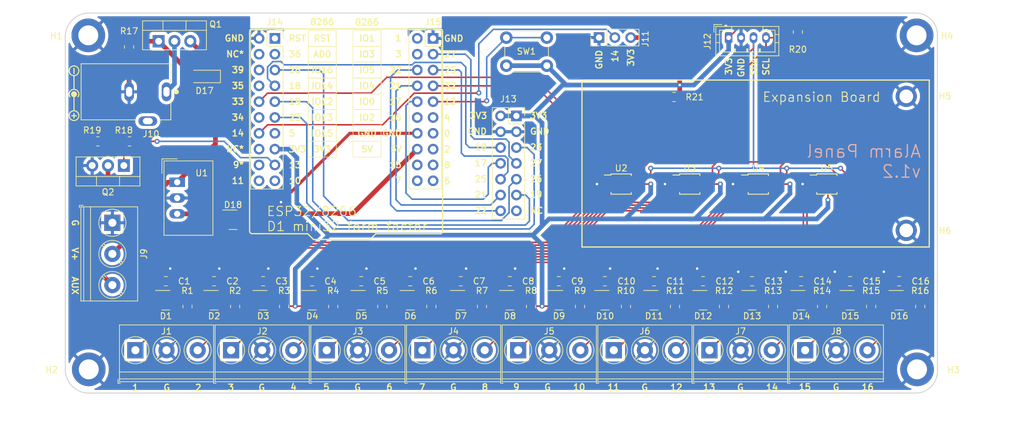
<source format=kicad_pcb>
(kicad_pcb (version 20211014) (generator pcbnew)
  (title_block (title "Alarm Panel") (rev "1.2"))
  (layers (0 "F.Cu" signal) (31 "B.Cu" signal) (34 "B.Paste" user) (35 "F.Paste" user) (36 "B.SilkS" user "B.Silkscreen") (37 "F.SilkS" user "F.Silkscreen") (38 "B.Mask" user) (39 "F.Mask" user) (44 "Edge.Cuts" user))
  (net 0 "")
  (net 1 "12V")
  (net 2 "Net-(J6-Pad1)")
  (net 3 "SCL")
  (net 4 "SDA")
  (net 5 "GPIO14")
  (net 6 "Net-(J2-Pad3)")
  (net 7 "Net-(J5-Pad1)")
  (net 8 "GPIO13")
  (net 9 "GPIO12")
  (net 10 "SEN_VN")
  (net 11 "GPIO35")
  (net 12 "GPIO34")
  (net 13 "GPIO25")
  (net 14 "GPIO26")
  (net 15 "GPIO27")
  (net 16 "EN")
  (net 17 "SEN_VP")
  (net 18 "GPIO23")
  (net 19 "GPIO22")
  (net 20 "GPIO5")
  (net 21 "TXD")
  (net 22 "GPIO21")
  (net 23 "GPIO19")
  (net 24 "GPIO18")
  (net 25 "RXD")
  (net 26 "GPIO17")
  (net 27 "GPIO16")
  (net 28 "GPIO15")
  (net 29 "GPIO4")
  (net 30 "GPIO0")
  (net 31 "GPIO2")
  (net 32 "3V3")
  (net 33 "Net-(Q2-Pad1)")
  (net 38 "/NC")
  (net 39 "5V*")
  (net 40 "+12V")
  (net 41 "GND")
  (net 46 "T9")
  (net 47 "T10")
  (net 48 "T11")
  (net 49 "T12")
  (net 50 "T13")
  (net 51 "T14")
  (net 52 "T15")
  (net 53 "T16")
  (net 54 "T1")
  (net 55 "T2")
  (net 56 "T3")
  (net 57 "T4")
  (net 58 "T5")
  (net 59 "T6")
  (net 60 "T7")
  (net 61 "T8")
  (net 62 "Net-(D17-Pad2)")
  (net 63 "Net-(J1-Pad1)")
  (net 64 "Net-(J6-Pad3)")
  (net 65 "Net-(J1-Pad3)")
  (net 66 "Net-(J2-Pad1)")
  (net 67 "Net-(J5-Pad3)")
  (net 68 "Net-(J8-Pad1)")
  (net 69 "Net-(J7-Pad1)")
  (net 70 "Net-(J7-Pad3)")
  (net 71 "Net-(J8-Pad3)")
  (net 72 "Net-(J3-Pad1)")
  (net 73 "Net-(J3-Pad3)")
  (net 74 "Net-(J4-Pad1)")
  (net 75 "Net-(J4-Pad3)")
  (net 76 "Net-(J9-Pad3)")
  (net 78 "Net-(D18-Pad1)")
  (footprint "Package_TO_SOT_SMD:SOT-23" (layer "F.Cu") (at 42.312676 69.1896)
    (fp_text reference "D1")
    (fp_text value "BAV99")
  )
  (footprint "Resistor_SMD:R_0805_2012Metric" (layer "F.Cu") (at 100.923342 70.2056 -90)
    (fp_text reference "R8")
    (fp_text value "100")
  )
  (footprint "Capacitor_SMD:C_0805_2012Metric" (layer "F.Cu") (at 81.537951 66.1416)
    (fp_text reference "C6")
    (fp_text value "100pF")
  )
  (footprint "MountingHole:MountingHole_3.2mm_M3_Pad" (layer "F.Cu") (at 162.824142 26.67)
    (fp_text reference "H4")
    (fp_text value "MountingHole")
  )
  (footprint "Package_TO_SOT_THT:TO-220-3_Vertical" (layer "F.Cu") (at 35.56 47.569 180)
    (fp_text reference "Q2")
    (fp_text value "IRLB8721PBF")
  )
  (footprint "Button_Switch_THT:SW_PUSH_6mm_H4.3mm" (layer "F.Cu") (at 96.963342 27.0362)
    (fp_text reference "SW1")
    (fp_text value "SW_Push")
  )
  (footprint "Capacitor_SMD:C_0805_2012Metric" (layer "F.Cu") (at 144.283495 66.1416)
    (fp_text reference "C14")
    (fp_text value "100pF")
  )
  (footprint "Capacitor_SMD:C_0805_2012Metric" (layer "F.Cu") (at 65.792041 66.1416)
    (fp_text reference "C4")
    (fp_text value "100pF")
  )
  (footprint "TerminalBlock_Phoenix:TerminalBlock_Phoenix_PT-1,5-3-5.0-H_1x03_P5.00mm_Horizontal" (layer "F.Cu") (at 144.932675 77.216)
    (fp_text reference "J8")
    (fp_text value "Screw_Terminal_01x03")
  )
  (footprint "Resistor_SMD:R_0805_2012Metric" (layer "F.Cu") (at 69.173342 70.2056 -90)
    (fp_text reference "R4")
    (fp_text value "100")
  )
  (footprint "MountingHole:MountingHole_3.2mm_M3_Pad" (layer "F.Cu") (at 162.897675 80.2894)
    (fp_text reference "H3")
    (fp_text value "MountingHole")
  )
  (footprint "Package_TO_SOT_SMD:SOT-23" (layer "F.Cu") (at 152.16895 69.1896)
    (fp_text reference "D15")
    (fp_text value "BAV99")
  )
  (footprint "Resistor_SMD:R_0805_2012Metric" (layer "F.Cu") (at 84.921342 70.2056 -90)
    (fp_text reference "R6")
    (fp_text value "100")
  )
  (footprint "Resistor_SMD:R_0805_2012Metric" (layer "F.Cu") (at 143.764 26.133728 -90)
    (fp_text reference "R20")
    (fp_text value "4K7")
  )
  (footprint "Capacitor_SMD:C_0805_2012Metric" (layer "F.Cu") (at 112.791675 66.1416)
    (fp_text reference "C10")
    (fp_text value "100pF")
  )
  (footprint "Capacitor_SMD:C_0805_2012Metric" (layer "F.Cu") (at 50.046131 66.1416)
    (fp_text reference "C2")
    (fp_text value "100pF")
  )
  (footprint "Package_TO_SOT_SMD:SOT-23" (layer "F.Cu") (at 112.804175 69.1896)
    (fp_text reference "D10")
    (fp_text value "BAV99")
  )
  (footprint "Package_SO:TSSOP-10_3x3mm_P0.5mm" (layer "F.Cu") (at 115.400668 50.546)
    (fp_text reference "U2")
    (fp_text value "ADS1015IDGS")
  )
  (footprint "Converter_DCDC:Converter_DCDC_TRACO_TSR-1_THT" (layer "F.Cu") (at 44.122842 50.2471 -90)
    (fp_text reference "U1")
    (fp_text value "TSR_1-2465")
  )
  (footprint "TerminalBlock_Phoenix:TerminalBlock_Phoenix_PT-1,5-3-5.0-H_1x03_P5.00mm_Horizontal" (layer "F.Cu") (at 68.132675 77.216)
    (fp_text reference "J3")
    (fp_text value "Screw_Terminal_01x03")
  )
  (footprint "MountingHole:MountingHole_2.2mm_M2_Pad" (layer "F.Cu") (at 161.1672 57.977095)
    (fp_text reference "H6")
    (fp_text value "MountingHole")
  )
  (footprint "Package_TO_SOT_SMD:SOT-23" (layer "F.Cu") (at 97.534457 69.1896)
    (fp_text reference "D8")
    (fp_text value "BAV99")
  )
  (footprint "Package_TO_SOT_SMD:SOT-23" (layer "F.Cu") (at 128.550085 69.1896)
    (fp_text reference "D12")
    (fp_text value "BAV99")
  )
  (footprint "MountingHole:MountingHole_2.2mm_M2_Pad" (layer "F.Cu") (at 161.1672 36.467095)
    (fp_text reference "H5")
    (fp_text value "MountingHole")
  )
  (footprint "TerminalBlock_Phoenix:TerminalBlock_Phoenix_PT-1,5-3-5.0-H_1x03_P5.00mm_Horizontal" (layer "F.Cu") (at 33.719442 56.7576 -90)
    (fp_text reference "J9")
    (fp_text value "Screw_Terminal_01x03")
  )
  (footprint "Resistor_SMD:R_0805_2012Metric" (layer "F.Cu") (at 124.037342 70.2056 -90)
    (fp_text reference "R11")
    (fp_text value "100")
  )
  (footprint "TerminalBlock_Phoenix:TerminalBlock_Phoenix_PT-1,5-3-5.0-H_1x03_P5.00mm_Horizontal" (layer "F.Cu") (at 98.852675 77.216)
    (fp_text reference "J5")
    (fp_text value "Screw_Terminal_01x03")
  )
  (footprint "Resistor_SMD:R_0805_2012Metric" (layer "F.Cu") (at 108.797342 70.2056 -90)
    (fp_text reference "R9")
    (fp_text value "100")
  )
  (footprint "Package_TO_SOT_SMD:SOT-23" (layer "F.Cu") (at 53.086 56.2771)
    (fp_text reference "D18")
    (fp_text value "BAT54C")
  )
  (footprint "TerminalBlock_Phoenix:TerminalBlock_Phoenix_PT-1,5-3-5.0-H_1x03_P5.00mm_Horizontal" (layer "F.Cu") (at 114.212675 77.216)
    (fp_text reference "J6")
    (fp_text value "Screw_Terminal_01x03")
  )
  (footprint "Capacitor_SMD:C_0805_2012Metric" (layer "F.Cu") (at 73.664996 66.1416)
    (fp_text reference "C5")
    (fp_text value "100pF")
  )
  (footprint "Resistor_SMD:R_0805_2012Metric" (layer "F.Cu") (at 155.533342 70.2056 -90)
    (fp_text reference "R15")
    (fp_text value "100")
  )
  (footprint "Capacitor_SMD:C_0805_2012Metric" (layer "F.Cu") (at 89.649002 66.1416)
    (fp_text reference "C7")
    (fp_text value "100pF")
  )
  (footprint "Capacitor_SMD:C_0805_2012Metric" (layer "F.Cu") (at 136.41054 66.1416)
    (fp_text reference "C13")
    (fp_text value "100pF")
  )
  (footprint "Capacitor_SMD:C_0805_2012Metric" (layer "F.Cu") (at 160.029405 66.1416)
    (fp_text reference "C16")
    (fp_text value "100pF")
  )
  (footprint "Package_SO:TSSOP-10_3x3mm_P0.5mm" (layer "F.Cu") (at 126.407334 50.546)
    (fp_text reference "U3")
    (fp_text value "ADS1015IDGS")
  )
  (footprint "Package_TO_SOT_SMD:SOT-23" (layer "F.Cu") (at 73.677496 69.1896)
    (fp_text reference "D5")
    (fp_text value "BAV99")
  )
  (footprint "Package_TO_SOT_SMD:SOT-23" (layer "F.Cu") (at 50.058631 69.1896)
    (fp_text reference "D2")
    (fp_text value "BAV99")
  )
  (footprint "TerminalBlock_Phoenix:TerminalBlock_Phoenix_PT-1,5-3-5.0-H_1x03_P5.00mm_Horizontal" (layer "F.Cu") (at 83.492675 77.216)
    (fp_text reference "J4")
    (fp_text value "Screw_Terminal_01x03")
  )
  (footprint "Resistor_SMD:R_0805_2012Metric" (layer "F.Cu") (at 36.406344 28.5275 -90)
    (fp_text reference "R17")
    (fp_text value "100")
  )
  (footprint "TerminalBlock_Phoenix:TerminalBlock_Phoenix_PT-1,5-3-5.0-H_1x03_P5.00mm_Horizontal" (layer "F.Cu") (at 52.772675 77.216)
    (fp_text reference "J2")
    (fp_text value "Screw_Terminal_01x03")
  )
  (footprint "Package_SO:TSSOP-10_3x3mm_P0.5mm" (layer "F.Cu") (at 137.414 50.546)
    (fp_text reference "U4")
    (fp_text value "ADS1015IDGS")
  )
  (footprint "Capacitor_SMD:C_0805_2012Metric" (layer "F.Cu") (at 57.919086 66.1416)
    (fp_text reference "C3")
    (fp_text value "100pF")
  )
  (footprint "TerminalBlock_Phoenix:TerminalBlock_Phoenix_PT-1,5-3-5.0-H_1x03_P5.00mm_Horizontal" (layer "F.Cu") (at 129.572675 77.216)
    (fp_text reference "J7")
    (fp_text value "Screw_Terminal_01x03")
  )
  (footprint "Package_TO_SOT_SMD:SOT-23" (layer "F.Cu") (at 57.931586 69.1896)
    (fp_text reference "D3")
    (fp_text value "BAV99")
  )
  (footprint "Package_TO_SOT_SMD:SOT-23" (layer "F.Cu") (at 105.407412 69.1896)
    (fp_text reference "D9")
    (fp_text value "BAV99")
  )
  (footprint "Package_TO_SOT_SMD:SOT-23" (layer "F.Cu") (at 81.550451 69.1896)
    (fp_text reference "D6")
    (fp_text value "BAV99")
  )
  (footprint "Connector_PinHeader_2.54mm:PinHeader_1x03_P2.54mm_Vertical" (layer "F.Cu") (at 111.845342 27.0256 90)
    (fp_text reference "J11")
    (fp_text value "Conn_01x03_Female")
  )
  (footprint "TerminalBlock_Phoenix:TerminalBlock_Phoenix_PT-1,5-3-5.0-H_1x03_P5.00mm_Horizontal" (layer "F.Cu") (at 37.412675 77.216)
    (fp_text reference "J1")
    (fp_text value "Screw_Terminal_01x03")
  )
  (footprint "alarm_panel:CUI_PJ-102AH" (layer "F.Cu") (at 35.906344 35.730869 180)
    (fp_text reference "J10")
    (fp_text value "Barrel_Jack")
  )
  (footprint "MountingHole:MountingHole_3.2mm_M3_Pad" (layer "F.Cu") (at 29.927675 80.2894)
    (fp_text reference "H2")
    (fp_text value "MountingHole")
  )
  (footprint "Resistor_SMD:R_0805_2012Metric" (layer "F.Cu") (at 93.049342 70.2056 -90)
    (fp_text reference "R7")
    (fp_text value "100")
  )
  (footprint "Connector_PinSocket_2.54mm:PinSocket_2x10_P2.54mm_Vertical" (layer "F.Cu") (at 85.206237 27.156042)
    (fp_text reference "J15")
    (fp_text value "Conn_02x10_Odd_Even")
  )
  (footprint "Capacitor_SMD:C_0805_2012Metric" (layer "F.Cu") (at 97.521957 66.1416)
    (fp_text reference "C8")
    (fp_text value "100pF")
  )
  (footprint "Connector_JST:JST_PH_B4B-PH-K_1x04_P2.00mm_Vertical" (layer "F.Cu") (at 132.647942 27.046228)
    (fp_text reference "J12")
    (fp_text value "Conn_01x04_Male")
  )
  (footprint "Package_TO_SOT_SMD:SOT-23" (layer "F.Cu") (at 120.67713 69.1896)
    (fp_text reference "D11")
    (fp_text value "BAV99")
  )
  (footprint "Resistor_SMD:R_0805_2012Metric" (layer "F.Cu") (at 53.425342 70.2056 -90)
    (fp_text reference "R2")
    (fp_text value "100")
  )
  (footprint "Package_SO:TSSOP-10_3x3mm_P0.5mm" (layer "F.Cu") (at 148.420668 50.546)
    (fp_text reference "U5")
    (fp_text value "ADS1015IDGS")
  )
  (footprint "Resistor_SMD:R_0805_2012Metric" (layer "F.Cu") (at 45.773252 70.2056 -90)
    (fp_text reference "R1")
    (fp_text value "100")
  )
  (footprint "Capacitor_SMD:C_0805_2012Metric" (layer "F.Cu") (at 152.15645 66.1416)
    (fp_text reference "C15")
    (fp_text value "100pF")
  )
  (footprint "Package_TO_SOT_SMD:SOT-23" (layer "F.Cu") (at 136.42304 69.1896)
    (fp_text reference "D13")
    (fp_text value "BAV99")
  )
  (footprint "Package_TO_SOT_THT:TO-220-3_Vertical" (layer "F.Cu") (at 41.148 27.615)
    (fp_text reference "Q1")
    (fp_text value "FQP27P06")
  )
  (footprint "MountingHole:MountingHole_3.2mm_M3_Pad" (layer "F.Cu") (at 29.854142 26.67)
    (fp_text reference "H1")
    (fp_text value "MountingHole")
  )
  (footprint "Resistor_SMD:R_0805_2012Metric" (layer "F.Cu") (at 163.407342 70.2056 -90)
    (fp_text reference "R16")
    (fp_text value "100")
  )
  (footprint "Resistor_SMD:R_0805_2012Metric" (layer "F.Cu") (at 139.785342 70.2056 -90)
    (fp_text reference "R13")
    (fp_text value "100")
  )
  (footprint "Resistor_SMD:R_0805_2012Metric" (layer "F.Cu") (at 147.659342 70.2056 -90)
    (fp_text reference "R14")
    (fp_text value "100")
  )
  (footprint "Resistor_SMD:R_0805_2012Metric" (layer "F.Cu") (at 123.886842 36.576 180)
    (fp_text reference "R21")
    (fp_text value "4K7")
  )
  (footprint "Resistor_SMD:R_0805_2012Metric" (layer "F.Cu") (at 31.3925 43.688 180)
    (fp_text reference "R19")
    (fp_text value "10K")
  )
  (footprint "Capacitor_SMD:C_0805_2012Metric" (layer "F.Cu") (at 42.300176 66.1416)
    (fp_text reference "C1")
    (fp_text value "100pF")
  )
  (footprint "Resistor_SMD:R_0805_2012Metric" (layer "F.Cu") (at 61.299342 70.2056 -90)
    (fp_text reference "R3")
    (fp_text value "100")
  )
  (footprint "Package_TO_SOT_SMD:SOT-23" (layer "F.Cu") (at 144.295995 69.1896)
    (fp_text reference "D14")
    (fp_text value "BAV99")
  )
  (footprint "Resistor_SMD:R_0805_2012Metric" (layer "F.Cu") (at 77.047342 70.2056 -90)
    (fp_text reference "R5")
    (fp_text value "100")
  )
  (footprint "Package_TO_SOT_SMD:SOT-23" (layer "F.Cu") (at 160.041905 69.1896)
    (fp_text reference "D16")
    (fp_text value "BAV99")
  )
  (footprint "Resistor_SMD:R_0805_2012Metric" (layer "F.Cu") (at 36.4725 43.688)
    (fp_text reference "R18")
    (fp_text value "100")
  )
  (footprint "Connector_PinSocket_2.54mm:PinSocket_2x07_P2.54mm_Vertical" (layer "F.Cu") (at 98.5792 39.602095)
    (fp_text reference "J13")
    (fp_text value "Conn_02x07_Odd_Even")
  )
  (footprint "Capacitor_SMD:C_0805_2012Metric" (layer "F.Cu") (at 105.394912 66.1416)
    (fp_text reference "C9")
    (fp_text value "100pF")
  )
  (footprint "Diode_SMD:D_MiniMELF" (layer "F.Cu") (at 48.514 33.274 180)
    (fp_text reference "D17")
    (fp_text value "ZMM5V6-M")
  )
  (footprint "Connector_PinSocket_2.54mm:PinSocket_2x10_P2.54mm_Vertical" (layer "F.Cu") (at 59.806237 27.156042)
    (fp_text reference "J14")
    (fp_text value "Conn_02x10_Odd_Even")
  )
  (footprint "Resistor_SMD:R_0805_2012Metric" (layer "F.Cu") (at 131.911342 70.2056 -90)
    (fp_text reference "R12")
    (fp_text value "100")
  )
  (footprint "Capacitor_SMD:C_0805_2012Metric" (layer "F.Cu") (at 120.66463 66.1416)
    (fp_text reference "C11")
    (fp_text value "100pF")
  )
  (footprint "Package_TO_SOT_SMD:SOT-23" (layer "F.Cu") (at 65.804541 69.1896)
    (fp_text reference "D4")
    (fp_text value "BAV99")
  )
  (footprint "Package_TO_SOT_SMD:SOT-23" (layer "F.Cu") (at 89.661502 69.1896)
    (fp_text reference "D7")
    (fp_text value "BAV99")
  )
  (footprint "Capacitor_SMD:C_0805_2012Metric" (layer "F.Cu") (at 128.537585 66.1416)
    (fp_text reference "C12")
    (fp_text value "100pF")
  )
  (footprint "Resistor_SMD:R_0805_2012Metric" (layer "F.Cu") (at 116.163342 70.2056 -90)
    (fp_text reference "R10")
    (fp_text value "100")
  )
  (gr_poly (pts (xy 28.426875 36.152398) (xy 28.425164 36.183685) (xy 28.422333 36.214828) (xy 28.41839 36.2458) (xy 28.413345 36.27657) (xy 28.407204 36.307111) (xy 28.399978 36.337394) (xy 28.391675 36.367388) (xy 28.382303 36.397067) (xy 28.371871 36.426399) (xy 28.360387 36.455357) (xy 28.34786 36.483912) (xy 28.334298 36.512035) (xy 28.319711 36.539696) (xy 28.304106 36.566866) (xy 28.287492 36.593518) (xy 28.068576 36.593518) (xy 28.090327 36.568968) (xy 28.110821 36.543524) (xy 28.130037 36.517234) (xy 28.147955 36.490148) (xy 28.164558 36.462315) (xy 28.179823 36.433785) (xy 28.193734 36.404606) (xy 28.206268 36.37483) (xy 28.217408 36.344504) (xy 28.227133 36.313678) (xy 28.235424 36.282402) (xy 28.242262 36.250726) (xy 28.247626 36.218697) (xy 28.251498 36.186367) (xy 28.253857 36.153784) (xy 28.254684 36.120998) (xy 28.253778 36.085175) (xy 28.25109 36.049823) (xy 28.246663 36.014984) (xy 28.240542 35.980704) (xy 28.232769 35.947026) (xy 28.223389 35.913992) (xy 28.212445 35.881648) (xy 28.199981 35.850037) (xy 28.186041 35.819203) (xy 28.170669 35.789188) (xy 28.153908 35.760038) (xy 28.135802 35.731795) (xy 28.116394 35.704504) (xy 28.09573 35.678208) (xy 28.073851 35.652952) (xy 28.050802 35.628777) (xy 28.026627 35.605729) (xy 28.00137 35.583852) (xy 27.975074 35.563187) (xy 27.947782 35.543781) (xy 27.91954 35.525676) (xy 27.89039 35.508916) (xy 27.860375 35.493544) (xy 27.829541 35.479605) (xy 27.797931 35.467142) (xy 27.765587 35.456199) (xy 27.732555 35.446819) (xy 27.698878 35.439047) (xy 27.664599 35.432926) (xy 27.629762 35.4285) (xy 27.594412 35.425812) (xy 27.558591 35.424906) (xy 27.522771 35.425812) (xy 27.48742 35.4285) (xy 27.452584 35.432927) (xy 27.418305 35.439048) (xy 27.384628 35.446821) (xy 27.351595 35.456201) (xy 27.319252 35.467145) (xy 27.287641 35.479609) (xy 27.256807 35.493549) (xy 27.226793 35.508921) (xy 27.197643 35.525682) (xy 27.1694 35.543788) (xy 27.142109 35.563195) (xy 27.115813 35.58386) (xy 27.090555 35.605739) (xy 27.06638 35.628787) (xy 27.043332 35.652962) (xy 27.021453 35.67822) (xy 27.000788 35.704516) (xy 26.981381 35.731807) (xy 26.963275 35.76005) (xy 26.946514 35.7892) (xy 26.931141 35.819214) (xy 26.917202 35.850048) (xy 26.904738 35.881659) (xy 26.893794 35.914002) (xy 26.884414 35.947034) (xy 26.876641 35.980712) (xy 26.87052 36.014991) (xy 26.866093 36.049827) (xy 26.863405 36.085178) (xy 26.862499 36.120998) (xy 26.863315 36.15378) (xy 26.865662 36.186358) (xy 26.869519 36.218685) (xy 26.874867 36.250711) (xy 26.881688 36.282385) (xy 26.889961 36.31366) (xy 26.899666 36.344484) (xy 26.910785 36.37481) (xy 26.923299 36.404587) (xy 26.937186 36.433766) (xy 26.952429 36.462298) (xy 26.969008 36.490133) (xy 26.986902 36.517222) (xy 27.006094 36.543516) (xy 27.026563 36.568964) (xy 27.048289 36.593518) (xy 26.830432 36.593518) (xy 26.813769 36.56688) (xy 26.798115 36.539721) (xy 26.783479 36.512068) (xy 26.76987 36.483953) (xy 26.757297 36.455403) (xy 26.745766 36.426448) (xy 26.735289 36.397116) (xy 26.725872 36.367438) (xy 26.717524 36.337441) (xy 26.710254 36.307155) (xy 26.704071 36.276609) (xy 26.698983 36.245833) (xy 26.694998 36.214854) (xy 26.692126 36.183703) (xy 26.690375 36.152408) (xy 26.689753 36.120998) (xy 26.69074 36.079349) (xy 26.693669 36.038173) (xy 26.698497 35.997518) (xy 26.70518 35.95743) (xy 26.713678 35.917956) (xy 26.723946 35.879144) (xy 26.735943 35.841041) (xy 26.749625 35.803694) (xy 26.76495 35.76715) (xy 26.781876 35.731455) (xy 26.800359 35.696657) (xy 26.820358 35.662804) (xy 26.841829 35.629941) (xy 26.86473 35.598117) (xy 26.889019 35.567378) (xy 26.914652 35.537771) (xy 26.941587 35.509343) (xy 26.969781 35.482142) (xy 26.999192 35.456214) (xy 27.029777 35.431606) (xy 27.061494 35.408366) (xy 27.0943 35.386541) (xy 27.128152 35.366178) (xy 27.163007 35.347323) (xy 27.198824 35.330024) (xy 27.235559 35.314328) (xy 27.273169 35.300281) (xy 27.311613 35.287932) (xy 27.350847 35.277327) (xy 27.390829 35.268513) (xy 27.431516 35.261537) (xy 27.472866 35.256446) (xy 27.472866 33.215476) (xy 27.431545 33.21039) (xy 27.390886 33.20342) (xy 27.35093 33.194615) (xy 27.311721 33.184021) (xy 27.273301 33.171686) (xy 27.235713 33.157655) (xy 27.198998 33.141977) (xy 27.163201 33.124698) (xy 27.128362 33.105865) (xy 27.094526 33.085524) (xy 27.061733 33.063724) (xy 27.030028 33.04051) (xy 26.999453 33.01593) (xy 26.970049 32.990031) (xy 26.941861 32.96286) (xy 26.914929 32.934462) (xy 26.889298 32.904887) (xy 26.865008 32.87418) (xy 26.842104 32.842388) (xy 26.820628 32.809558) (xy 26.800621 32.775738) (xy 26.782127 32.740973) (xy 26.765189 32.705312) (xy 26.749848 32.668801) (xy 26.736147 32.631487) (xy 26.72413 32.593416) (xy 26.713838 32.554637) (xy 26.705315 32.515195) (xy 26.698602 32.475138) (xy 26.693742 32.434512) (xy 26.690778 32.393366) (xy 26.689752 32.351744) (xy 26.690883 32.307036) (xy 26.694238 32.262914) (xy 26.699763 32.219434) (xy 26.707404 32.17665) (xy 26.717106 32.134616) (xy 26.728813 32.093387) (xy 26.742473 32.053018) (xy 26.75803 32.013563) (xy 26.775429 31.975077) (xy 26.794616 31.937615) (xy 26.815537 31.901231) (xy 26.838136 31.865979) (xy 26.862359 31.831915) (xy 26.888152 31.799092) (xy 26.91546 31.767566) (xy 26.944228 31.737392) (xy 26.974403 31.708623) (xy 27.005928 31.681314) (xy 27.03875 31.65552) (xy 27.072814 31.631296) (xy 27.108066 31.608696) (xy 27.14445 31.587775) (xy 27.181913 31.568587) (xy 27.220399 31.551187) (xy 27.259854 31.535629) (xy 27.300224 31.521969) (xy 27.341454 31.51026) (xy 27.383489 31.500558) (xy 27.426275 31.492917) (xy 27.469757 31.487391) (xy 27.51388 31.484036) (xy 27.558591 31.482905) (xy 27.558591 31.655652) (xy 27.52277 31.656558) (xy 27.48742 31.659246) (xy 27.452583 31.663672) (xy 27.418304 31.669794) (xy 27.384627 31.677567) (xy 27.351595 31.686947) (xy 27.319252 31.697891) (xy 27.287641 31.710354) (xy 27.256807 31.724294) (xy 27.226793 31.739667) (xy 27.197642 31.756428) (xy 27.1694 31.774534) (xy 27.142108 31.793941) (xy 27.115812 31.814606) (xy 27.090555 31.836485) (xy 27.06638 31.859533) (xy 27.043331 31.883708) (xy 27.021453 31.908965) (xy 27.000788 31.935262) (xy 26.981381 31.962553) (xy 26.963275 31.990796) (xy 26.946513 32.019946) (xy 26.931141 32.04996) (xy 26.917201 32.080794) (xy 26.904737 32.112405) (xy 26.893794 32.144748) (xy 26.884414 32.17778) (xy 26.876641 32.211458) (xy 26.870519 32.245736) (xy 26.866092 32.280573) (xy 26.863404 32.315923) (xy 26.862499 32.351744) (xy 26.863404 32.387565) (xy 26.866092 32.422915) (xy 26.870519 32.457752) (xy 26.876641 32.492031) (xy 26.884414 32.525708) (xy 26.893794 32.55874) (xy 26.904737 32.591083) (xy 26.917201 32.622694) (xy 26.931141 32.653528) (xy 26.946513 32.683542) (xy 26.963275 32.712693) (xy 26.981381 32.740935) (xy 27.000788 32.768227) (xy 27.021453 32.794523) (xy 27.043331 32.81978) (xy 27.06638 32.843955) (xy 27.090555 32.867004) (xy 27.115812 32.888882) (xy 27.142108 32.909547) (xy 27.1694 32.928954) (xy 27.197642 32.94706) (xy 27.226793 32.963822) (xy 27.256807 32.979194) (xy 27.287641 32.993134) (xy 27.319252 33.005598) (xy 27.351595 33.016541) (xy 27.384627 33.025922) (xy 27.418304 33.033694) (xy 27.452583 33.039816) (xy 27.48742 33.044243) (xy 27.52277 33.046931) (xy 27.558591 33.047837) (xy 27.594412 33.046931) (xy 27.629762 33.044243) (xy 27.664599 33.039816) (xy 27.698877 33.033694) (xy 27.732555 33.025922) (xy 27.765587 33.016541) (xy 27.79793 33.005598) (xy 27.829541 32.993134) (xy 27.860375 32.979194) (xy 27.890389 32.963822) (xy 27.919539 32.94706) (xy 27.947782 32.928954) (xy 27.975073 32.909547) (xy 28.00137 32.888882) (xy 28.026627 32.867004) (xy 28.050802 32.843955) (xy 28.073851 32.81978) (xy 28.095729 32.794523) (xy 28.116394 32.768227) (xy 28.135801 32.740935) (xy 28.153907 32.712693) (xy 28.170668 32.683542) (xy 28.186041 32.653528) (xy 28.199981 32.622694) (xy 28.212444 32.591083) (xy 28.223388 32.55874) (xy 28.232768 32.525708) (xy 28.240541 32.492031) (xy 28.246663 32.457752) (xy 28.251089 32.422915) (xy 28.253778 32.387565) (xy 28.254683 32.351744) (xy 28.253778 32.315921) (xy 28.251089 32.280569) (xy 28.246663 32.24573) (xy 28.240541 32.21145) (xy 28.232768 32.177771) (xy 28.223388 32.144738) (xy 28.212444 32.112394) (xy 28.199981 32.080783) (xy 28.186041 32.049948) (xy 28.170668 32.019934) (xy 28.153907 31.990784) (xy 28.135801 31.962541) (xy 28.116394 31.93525) (xy 28.095729 31.908954) (xy 28.073851 31.883698) (xy 28.050802 31.859523) (xy 28.026627 31.836475) (xy 28.00137 31.814597) (xy 27.975073 31.793933) (xy 27.947782 31.774527) (xy 27.919539 31.756422) (xy 27.890389 31.739661) (xy 27.860375 31.72429) (xy 27.829541 31.710351) (xy 27.79793 31.697888) (xy 27.765587 31.686945) (xy 27.732555 31.677565) (xy 27.698877 31.669793) (xy 27.664599 31.663672) (xy 27.629762 31.659245) (xy 27.594412 31.656558) (xy 27.558591 31.655652) (xy 27.558591 31.482905) (xy 27.603301 31.484036) (xy 27.647425 31.487391) (xy 27.690907 31.492916) (xy 27.733693 31.500557) (xy 27.775728 31.510259) (xy 27.816958 31.521967) (xy 27.857328 31.535626) (xy 27.896783 31.551183) (xy 27.935269 31.568582) (xy 27.972732 31.587769) (xy 28.009116 31.60869) (xy 28.044368 31.631289) (xy 28.078432 31.655512) (xy 28.111254 31.681305) (xy 28.142779 31.708613) (xy 28.172953 31.737382) (xy 28.201722 31.767556) (xy 28.22903 31.799081) (xy 28.254823 31.831903) (xy 28.279046 31.865967) (xy 28.301645 31.901219) (xy 28.322566 31.937603) (xy 28.341753 31.975066) (xy 28.359152 32.013552) (xy 28.374709 32.053007) (xy 28.388368 32.093377) (xy 28.400076 32.134607) (xy 28.409778 32.176642) (xy 28.417419 32.219428) (xy 28.422944 32.26291) (xy 28.426299 32.307034) (xy 28.42743 32.351744) (xy 28.426442 32.393393) (xy 28.423513 32.434569) (xy 28.418686 32.475225) (xy 28.412002 32.515313) (xy 28.403505 32.554786) (xy 28.393237 32.593598) (xy 28.38124 32.631701) (xy 28.367558 32.669048) (xy 28.352233 32.705592) (xy 28.335308 32.741286) (xy 28.316825 32.776084) (xy 28.296827 32.809937) (xy 28.275357 32.842799) (xy 28.252456 32.874623) (xy 28.228169 32.905362) (xy 28.202537 32.934969) (xy 28.175603 32.963396) (xy 28.147411 32.990596) (xy 28.118001 33.016523) (xy 28.087418 33.04113) (xy 28.055703 33.064369) (xy 28.0229 33.086193) (xy 27.98905 33.106555) (xy 27.954197 33.125409) (xy 27.918384 33.142706) (xy 27.881652 33.158401) (xy 27.844045 33.172445) (xy 27.805605 33.184793) (xy 27.766375 33.195396) (xy 27.726397 33.204208) (xy 27.685714 33.211182) (xy 27.644369 33.21627) (xy 27.644369 35.257266) (xy 27.685688 35.262355) (xy 27.726345 35.269327) (xy 27.766298 35.278134) (xy 27.805505 35.28873) (xy 27.843924 35.301067) (xy 27.88151 35.315099) (xy 27.918223 35.330779) (xy 27.95402 35.348059) (xy 27.988857 35.366894) (xy 28.022692 35.387235) (xy 28.055483 35.409036) (xy 28.087187 35.432251) (xy 28.117762 35.456831) (xy 28.147164 35.482731) (xy 28.175352 35.509903) (xy 28.202283 35.5383) (xy 28.227914 35.567875) (xy 28.252203 35.598582) (xy 28.275106 35.630374) (xy 28.296583 35.663203) (xy 28.316589 35.697023) (xy 28.335083 35.731786) (xy 28.352021 35.767446) (xy 28.367361 35.803956) (xy 28.381062 35.841269) (xy 28.393079 35.879338) (xy 28.403371 35.918116) (xy 28.411894 35.957556) (xy 28.418607 35.997611) (xy 28.423467 36.038234) (xy 28.426431 36.079379) (xy 28.427457 36.120998)) (layer "F.SilkS") (width 0) (fill solid))
  (gr_rect (start 72.354237 41.130742) (end 76.854237 43.670742) (layer "F.SilkS") (width 0.1) (fill none))
  (gr_line (start 86.734837 58.097942) (end 86.734837 26.043142) (layer "F.SilkS") (width 0.2))
  (gr_rect (start 72.354237 43.678742) (end 76.854237 46.218742) (layer "F.SilkS") (width 0.1) (fill none))
  (gr_line (start 75.990637 58.529742) (end 86.328437 58.529742) (layer "F.SilkS") (width 0.2))
  (gr_line (start 66.008437 59.444142) (end 65.094037 58.529742) (layer "F.SilkS") (width 0.2))
  (gr_poly (pts (xy 28.426299 39.603546) (xy 28.422944 39.647669) (xy 28.417419 39.691151) (xy 28.409778 39.733937) (xy 28.400076 39.775972) (xy 28.388369 39.817202) (xy 28.374709 39.857572) (xy 28.359153 39.897027) (xy 28.341754 39.935514) (xy 28.322567 39.972976) (xy 28.301646 40.009361) (xy 28.279048 40.044612) (xy 28.254825 40.078676) (xy 28.229032 40.111498) (xy 28.201725 40.143024) (xy 28.172957 40.173198) (xy 28.142783 40.201966) (xy 28.111259 40.229274) (xy 28.078437 40.255067) (xy 28.044374 40.279291) (xy 28.009124 40.30189) (xy 27.972741 40.322811) (xy 27.935279 40.341998) (xy 27.896794 40.359397) (xy 27.85734 40.374954) (xy 27.816972 40.388614) (xy 27.775744 40.400322) (xy 27.733711 40.410023) (xy 27.690927 40.417664) (xy 27.647447 40.423189) (xy 27.603326 40.426544) (xy 27.558618 40.427675) (xy 27.513907 40.426542) (xy 27.469784 40.423185) (xy 27.426302 40.417658) (xy 27.383516 40.410016) (xy 27.341481 40.400313) (xy 27.300251 40.388604) (xy 27.259881 40.374944) (xy 27.220426 40.359386) (xy 27.18194 40.341987) (xy 27.144477 40.322799) (xy 27.108093 40.301879) (xy 27.072841 40.27928) (xy 27.038777 40.255056) (xy 27.005955 40.229264) (xy 26.97443 40.201956) (xy 26.944256 40.173188) (xy 26.915487 40.143015) (xy 26.888179 40.11149) (xy 26.862386 40.078669) (xy 26.838163 40.044606) (xy 26.815564 40.009355) (xy 26.794643 39.972971) (xy 26.775456 39.935509) (xy 26.758057 39.897024) (xy 26.7425 39.857569) (xy 26.72884 39.8172) (xy 26.717133 39.775971) (xy 26.707431 39.733936) (xy 26.69979 39.691151) (xy 26.694265 39.647669) (xy 26.69091 39.603546) (xy 26.689779 39.558836) (xy 26.690767 39.517184) (xy 26.693696 39.476006) (xy 26.698523 39.435348) (xy 26.705207 39.395258) (xy 26.713704 39.355783) (xy 26.723973 39.316969) (xy 26.735969 39.278865) (xy 26.749651 39.241516) (xy 26.764977 39.20497) (xy 26.781902 39.169274) (xy 26.800386 39.134476) (xy 26.820385 39.100621) (xy 26.841856 39.067757) (xy 26.864757 39.035932) (xy 26.889045 39.005192) (xy 26.914678 38.975584) (xy 26.941613 38.947156) (xy 26.969808 38.919954) (xy 26.999219 38.894026) (xy 27.029804 38.869418) (xy 27.061521 38.846178) (xy 27.094326 38.824352) (xy 27.128178 38.803989) (xy 27.163034 38.785134) (xy 27.19885 38.767835) (xy 27.235585 38.752138) (xy 27.273196 38.738092) (xy 27.31164 38.725743) (xy 27.350874 38.715138) (xy 27.390856 38.706323) (xy 27.431543 38.699347) (xy 27.472893 38.694257) (xy 27.472893 36.585316) (xy 27.452076 36.580994) (xy 27.431637 36.575793) (xy 27.411595 36.569734) (xy 27.391968 36.562841) (xy 27.372774 36.555134) (xy 27.354033 36.546637) (xy 27.335762 36.537371) (xy 27.31798 36.527359) (xy 27.300706 36.516623) (xy 27.283958 36.505185) (xy 27.267755 36.493067) (xy 27.252115 36.480292) (xy 27.237056 36.466882) (xy 27.222598 36.452859) (xy 27.208759 36.438246) (xy 27.195557 36.423064) (xy 27.18301 36.407335) (xy 27.171138 36.391083) (xy 27.159959 36.374329) (xy 27.149491 36.357095) (xy 27.139753 36.339404) (xy 27.130763 36.321278) (xy 27.12254 36.302739) (xy 27.115102 36.283809) (xy 27.108469 36.264511) (xy 27.102658 36.244866) (xy 27.097687 36.224898) (xy 27.093577 36.204627) (xy 27.090344 36.184077) (xy 27.088008 36.16327) (xy 27.086586 36.142228) (xy 27.086098 36.120972) (xy 27.086713 36.096657) (xy 27.088538 36.072661) (xy 27.091543 36.049014) (xy 27.095699 36.025745) (xy 27.100975 36.002885) (xy 27.107342 35.980462) (xy 27.114771 35.958507) (xy 27.123232 35.937049) (xy 27.132695 35.916119) (xy 27.14313 35.895744) (xy 27.154508 35.875957) (xy 27.166799 35.856785) (xy 27.179973 35.838259) (xy 27.194001 35.820409) (xy 27.208853 35.803264) (xy 27.224498 35.786853) (xy 27.240909 35.771207) (xy 27.258054 35.756356) (xy 27.275905 35.742328) (xy 27.29443 35.729154) (xy 27.313602 35.716863) (xy 27.33339 35.705485) (xy 27.353764 35.69505) (xy 27.374694 35.685587) (xy 27.396152 35.677126) (xy 27.418107 35.669697) (xy 27.44053 35.66333) (xy 27.46339 35.658053) (xy 27.486659 35.653898) (xy 27.510306 35.650893) (xy 27.534302 35.649068) (xy 27.558591 35.648454) (xy 27.558591 38.862743) (xy 27.52277 38.863649) (xy 27.48742 38.866337) (xy 27.452583 38.870763) (xy 27.418304 38.876885) (xy 27.384627 38.884658) (xy 27.351595 38.894038) (xy 27.319252 38.904982) (xy 27.287641 38.917445) (xy 27.256807 38.931385) (xy 27.226793 38.946758) (xy 27.197642 38.963519) (xy 27.1694 38.981625) (xy 27.142108 39.001032) (xy 27.115812 39.021697) (xy 27.090555 39.043575) (xy 27.06638 39.066624) (xy 27.043331 39.090799) (xy 27.021453 39.116056) (xy 27.000788 39.142353) (xy 26.981381 39.169644) (xy 26.963275 39.197886) (xy 26.946513 39.227037) (xy 26.931141 39.257051) (xy 26.917201 39.287885) (xy 26.904737 39.319496) (xy 26.893794 39.351839) (xy 26.884414 39.384871) (xy 26.876641 39.418549) (xy 26.870519 39.452827) (xy 26.866092 39.487664) (xy 26.863404 39.523014) (xy 26.862499 39.558835) (xy 26.863404 39.594656) (xy 26.866092 39.630006) (xy 26.870519 39.664843) (xy 26.876641 39.699121) (xy 26.884414 39.732799) (xy 26.893794 39.765831) (xy 26.904737 39.798174) (xy 26.917201 39.829785) (xy 26.931141 39.860619) (xy 26.946513 39.890633) (xy 26.963275 39.919783) (xy 26.981381 39.948026) (xy 27.000788 39.975317) (xy 27.021453 40.001613) (xy 27.043331 40.026871) (xy 27.06638 40.051046) (xy 27.090555 40.074094) (xy 27.115812 40.095973) (xy 27.142108 40.116638) (xy 27.1694 40.136045) (xy 27.197642 40.154151) (xy 27.226793 40.170912) (xy 27.256807 40.186285) (xy 27.287641 40.200225) (xy 27.319252 40.212688) (xy 27.351595 40.223632) (xy 27.384627 40.233012) (xy 27.418304 40.240785) (xy 27.452583 40.246907) (xy 27.48742 40.251333) (xy 27.52277 40.254022) (xy 27.558591 40.254927) (xy 27.594412 40.254021) (xy 27.629762 40.251333) (xy 27.664599 40.246906) (xy 27.698877 40.240784) (xy 27.732555 40.233011) (xy 27.765587 40.22363) (xy 27.79793 40.212685) (xy 27.829541 40.200221) (xy 27.860375 40.18628) (xy 27.890389 40.170907) (xy 27.919539 40.154145) (xy 27.947782 40.136038) (xy 27.975073 40.11663) (xy 28.00137 40.095964) (xy 28.026627 40.074085) (xy 28.050802 40.051036) (xy 28.073851 40.02686) (xy 28.095729 40.001602) (xy 28.116394 39.975306) (xy 28.135801 39.948014) (xy 28.153907 39.919771) (xy 28.170668 39.890621) (xy 28.186041 39.860607) (xy 28.199981 39.829773) (xy 28.212444 39.798163) (xy 28.223388 39.765821) (xy 28.232768 39.73279) (xy 28.240541 39.699114) (xy 28.246663 39.664836) (xy 28.251089 39.630002) (xy 28.253778 39.594653) (xy 28.254683 39.558835) (xy 28.253778 39.523012) (xy 28.251089 39.487659) (xy 28.246663 39.452821) (xy 28.240541 39.41854) (xy 28.232768 39.384861) (xy 28.223388 39.351827) (xy 28.212444 39.319482) (xy 28.199981 39.28787) (xy 28.186041 39.257035) (xy 28.170668 39.22702) (xy 28.153907 39.197868) (xy 28.135801 39.169625) (xy 28.116394 39.142333) (xy 28.095729 39.116037) (xy 28.073851 39.090779) (xy 28.050802 39.066604) (xy 28.026627 39.043555) (xy 28.00137 39.021677) (xy 27.975073 39.001013) (xy 27.947782 38.981606) (xy 27.919539 38.963501) (xy 27.890389 38.94674) (xy 27.860375 38.931369) (xy 27.829541 38.91743) (xy 27.79793 38.904968) (xy 27.765587 38.894026) (xy 27.732555 38.884647) (xy 27.698877 38.876876) (xy 27.664599 38.870757) (xy 27.629762 38.866332) (xy 27.594412 38.863646) (xy 27.558591 38.862743) (xy 27.558591 35.648454) (xy 27.558618 35.648453) (xy 27.582933 35.649068) (xy 27.606929 35.650893) (xy 27.630576 35.653898) (xy 27.653845 35.658053) (xy 27.676705 35.66333) (xy 27.699128 35.669697) (xy 27.721083 35.677126) (xy 27.74254 35.685587) (xy 27.763471 35.69505) (xy 27.783845 35.705485) (xy 27.803633 35.716863) (xy 27.822805 35.729154) (xy 27.84133 35.742328) (xy 27.859181 35.756356) (xy 27.876326 35.771207) (xy 27.892737 35.786853) (xy 27.908382 35.803264) (xy 27.923234 35.820409) (xy 27.937262 35.838259) (xy 27.950436 35.856785) (xy 27.962727 35.875957) (xy 27.974105 35.895744) (xy 27.98454 35.916119) (xy 27.994003 35.937049) (xy 28.002464 35.958507) (xy 28.009893 35.980462) (xy 28.01626 36.002885) (xy 28.021537 36.025745) (xy 28.025692 36.049014) (xy 28.028697 36.072661) (xy 28.030522 36.096657) (xy 28.031137 36.120972) (xy 28.030651 36.142232) (xy 28.029232 36.16328) (xy 28.026898 36.184091) (xy 28.023667 36.204646) (xy 28.019558 36.22492) (xy 28.014589 36.244893) (xy 28.00878 36.264542) (xy 28.002147 36.283844) (xy 27.994711 36.302778) (xy 27.986489 36.32132) (xy 27.9775 36.33945) (xy 27.967763 36.357145) (xy 27.957295 36.374382) (xy 27.946117 36.391139) (xy 27.934245 36.407395) (xy 27.921698 36.423126) (xy 27.908496 36.438312) (xy 27.894656 36.452928) (xy 27.880198 36.466954) (xy 27.865139 36.480367) (xy 27.849498 36.493145) (xy 27.833294 36.505265) (xy 27.816545 36.516705) (xy 27.79927 36.527444) (xy 27.781487 36.537459) (xy 27.763214 36.546727) (xy 27.744471 36.555227) (xy 27.725276 36.562936) (xy 27.705647 36.569833) (xy 27.685603 36.575894) (xy 27.665162 36.581097) (xy 27.644342 36.585422) (xy 27.644342 38.695103) (xy 27.685661 38.70019) (xy 27.726318 38.70716) (xy 27.766271 38.715965) (xy 27.805478 38.726559) (xy 27.843897 38.738895) (xy 27.881483 38.752926) (xy 27.918196 38.768605) (xy 27.953992 38.785885) (xy 27.98883 38.804719) (xy 28.022665 38.82506) (xy 28.055456 38.846861) (xy 28.08716 38.870076) (xy 28.117735 38.894656) (xy 28.147137 38.920556) (xy 28.175325 38.947729) (xy 28.202256 38.976126) (xy 28.227887 39.005703) (xy 28.252176 39.03641) (xy 28.275079 39.068203) (xy 28.296556 39.101032) (xy 28.316562 39.134853) (xy 28.335056 39.169617) (xy 28.351994 39.205278) (xy 28.367334 39.241789) (xy 28.381035 39.279103) (xy 28.393052 39.317172) (xy 28.403344 39.355951) (xy 28.411867 39.395392) (xy 28.41858 39.435447) (xy 28.42344 39.476071) (xy 28.426404 39.517216) (xy 28.42743 39.558835)) (layer "F.SilkS") (width 0) (fill solid))
  (gr_rect (start 65.166037 25.890742) (end 69.666037 28.430742) (layer "F.SilkS") (width 0.1) (fill none))
  (gr_rect (start 72.354237 38.598742) (end 76.854237 41.138742) (layer "F.SilkS") (width 0.1) (fill none))
  (gr_rect (start 65.166037 36.050742) (end 69.666037 38.590742) (layer "F.SilkS") (width 0.1) (fill none))
  (gr_arc (start 56.153237 58.504342) (mid 55.865893 58.385305) (end 55.746837 58.097942) (layer "F.SilkS") (width 0.2))
  (gr_line (start 55.746837 26.043142) (end 55.746837 58.097942) (layer "F.SilkS") (width 0.2))
  (gr_line (start 75.990637 58.529742) (end 75.076237 59.444142) (layer "F.SilkS") (width 0.2))
  (gr_rect (start 65.166037 28.438742) (end 69.666037 30.978742) (layer "F.SilkS") (width 0.1) (fill none))
  (gr_rect (start 72.354237 25.890742) (end 76.854237 28.430742) (layer "F.SilkS") (width 0.1) (fill none))
  (gr_rect (start 65.166037 38.598742) (end 69.666037 41.138742) (layer "F.SilkS") (width 0.1) (fill none))
  (gr_poly (pts (xy 27.651344 39.667869) (xy 27.651344 40.007377) (xy 27.4643 40.007377) (xy 27.4643 39.667869) (xy 27.12636 39.667869) (xy 27.12636 39.481602) (xy 27.4643 39.481602) (xy 27.4643 39.143662) (xy 27.651344 39.143662) (xy 27.651344 39.481602) (xy 27.990853 39.481602) (xy 27.990853 39.667869)) (layer "F.SilkS") (width 0) (fill solid))
  (gr_arc (start 55.746837 26.043142) (mid 55.86583 25.755751) (end 56.153237 25.636742) (layer "F.SilkS") (width 0.2))
  (gr_line (start 166.0144 44.307695) (end 166.0144 44.307695) (layer "F.SilkS") (width 0.1))
  (gr_line (start 109.106342 33.8476) (end 164.856342 33.8476) (layer "F.SilkS") (width 0.2))
  (gr_rect (start 65.166037 30.970742) (end 69.666037 33.510742) (layer "F.SilkS") (width 0.1) (fill none))
  (gr_line (start 61.614237 25.636742) (end 56.153237 25.636742) (layer "F.SilkS") (width 0.2))
  (gr_line (start 109.106342 33.8476) (end 109.106342 60.6476) (layer "F.SilkS") (width 0.2))
  (gr_arc (start 86.734837 58.123342) (mid 86.615767 58.410687) (end 86.328437 58.529742) (layer "F.SilkS") (width 0.2))
  (gr_line (start 86.328437 25.636742) (end 80.918237 25.636742) (layer "F.SilkS") (width 0.2))
  (gr_arc (start 86.328437 25.636742) (mid 86.615829 25.755769) (end 86.734837 26.043142) (layer "F.SilkS") (width 0.2))
  (gr_rect (start 65.166037 33.518742) (end 69.666037 36.058742) (layer "F.SilkS") (width 0.1) (fill none))
  (gr_line (start 75.076237 59.444142) (end 66.008437 59.444142) (layer "F.SilkS") (width 0.2))
  (gr_rect (start 72.354237 30.970742) (end 76.854237 33.510742) (layer "F.SilkS") (width 0.1) (fill none))
  (gr_rect (start 72.354237 36.050742) (end 76.854237 38.590742) (layer "F.SilkS") (width 0.1) (fill none))
  (gr_line (start 109.106342 60.6476) (end 164.856342 60.6476) (layer "F.SilkS") (width 0.2))
  (gr_line (start 61.614237 25.636742) (end 80.918237 25.636742) (layer "F.SilkS") (width 0.2))
  (gr_rect (start 72.354237 33.518742) (end 76.854237 36.058742) (layer "F.SilkS") (width 0.1) (fill none))
  (gr_line (start 164.856342 33.8476) (end 164.856342 60.6476) (layer "F.SilkS") (width 0.2))
  (gr_line (start 166.0144 44.307695) (end 166.0144 44.307695) (layer "F.SilkS") (width 0.1))
  (gr_poly (pts (xy 27.461939 32.871484) (xy 27.461939 31.902451) (xy 27.655274 31.902451) (xy 27.655274 32.871484)) (layer "F.SilkS") (width 0) (fill solid))
  (gr_rect (start 65.166037 41.130742) (end 69.666037 43.670742) (layer "F.SilkS") (width 0.1) (fill none))
  (gr_line (start 56.153237 58.504342) (end 65.094037 58.529742) (layer "F.SilkS") (width 0.2))
  (gr_rect (start 72.354237 28.438742) (end 76.854237 30.978742) (layer "F.SilkS") (width 0.1) (fill none))
  (gr_rect (start 65.166037 43.678742) (end 69.666037 46.218742) (layer "F.SilkS") (width 0.1) (fill none))
  (gr_line (start 166.161975 26.5176) (end 166.161975 80.2894) (layer "Edge.Cuts") (width 0.15))
  (gr_arc (start 166.161975 80.2894) (mid 165.341048 82.861264) (end 162.941975 84.0994) (layer "Edge.Cuts") (width 0.15))
  (gr_line (start 162.941975 84.0994) (end 29.927675 84.0994) (layer "Edge.Cuts") (width 0.15))
  (gr_arc (start 29.927675 84.0994) (mid 27.255777 82.974293) (end 26.162 80.2894) (layer "Edge.Cuts") (width 0.15))
  (gr_arc (start 162.897675 23.0994) (mid 165.191068 24.177023) (end 166.161975 26.5176) (layer "Edge.Cuts") (width 0.15))
  (gr_arc (start 26.162 26.67) (mid 27.36119 24.131565) (end 29.972 23.0994) (layer "Edge.Cuts") (width 0.15))
  (gr_line (start 26.162 26.67) (end 26.162 80.2894) (layer "Edge.Cuts") (width 0.15))
  (gr_line (start 162.897675 23.0994) (end 29.972 23.0994) (layer "Edge.Cuts") (width 0.15))
  (gr_text "Alarm Panel\nv1.2" (at 163.661342 46.9138) (layer "B.SilkS") (effects (font (size 2 2) (thickness 0.2)) (justify left mirror)))
  (gr_text "AD0" (at 67.416037 29.708742) (layer "F.SilkS") (effects (font (size 1 1) (thickness 0.2))))
  (gr_text "22" (at 79.165637 32.215342) (layer "F.SilkS") (effects (font (size 1 1) (thickness 0.2))))
  (gr_text "19" (at 101.747372 52.248695) (layer "F.SilkS") (effects (font (size 1 1) (thickness 0.2))))
  (gr_text "G" (at 27.741042 56.7576 270) (layer "F.SilkS") (effects (font (size 1 1) (thickness 0.2))))
  (gr_text "8" (at 93.521875 83.1596) (layer "F.SilkS") (effects (font (size 1 1) (thickness 0.2))))
  (gr_text "3V3" (at 116.950742 31.756958 90) (layer "F.SilkS") (effects (font (size 1 1) (thickness 0.2)) (justify left)))
  (gr_text "G" (at 73.086075 83.185) (layer "F.SilkS") (effects (font (size 1 1) (thickness 0.2))))
  (gr_text "8" (at 87.467847 47.49) (layer "F.SilkS") (effects (font (size 1 1) (thickness 0.2))))
  (gr_text "15" (at 144.890775 83.1342) (layer "F.SilkS") (effects (font (size 1 1) (thickness 0.2))))
  (gr_text "SDA" (at 136.661142 31.732552 90) (layer "F.SilkS") (effects (font (size 1 1) (thickness 0.2))))
  (gr_text "26" (at 63.02818 32.2326) (layer "F.SilkS") (effects (font (size 1 1) (thickness 0.2))))
  (gr_text "IO4" (at 74.604237 34.788742) (layer "F.SilkS") (effects (font (size 1 1) (thickness 0.2))))
  (gr_text "16" (at 154.974575 83.1596) (layer "F.SilkS") (effects (font (size 1 1) (thickness 0.2))))
  (gr_text "13" (at 63.02818 47.4726) (layer "F.SilkS") (effects (font (size 1 1) (thickness 0.2))))
  (gr_text "RST" (at 67.416037 27.160742) (layer "F.SilkS") (effects (font (size 1 1) (thickness 0.2))))
  (gr_text "G" (at 88.467275 83.1596) (layer "F.SilkS") (effects (font (size 1 1) (thickness 0.2))))
  (gr_text "IO12" (at 67.416037 37.320742) (layer "F.SilkS") (effects (font (size 1 1) (thickness 0.2))))
  (gr_text "6" (at 78.187275 83.1596) (layer "F.SilkS") (effects (font (size 1 1) (thickness 0.2))))
  (gr_text "1" (at 79.641827 27.135342) (layer "F.SilkS") (effects (font (size 1 1) (thickness 0.2))))
  (gr_text "G" (at 134.534575 83.185) (layer "F.SilkS") (effects (font (size 1 1) (thickness 0.2))))
  (gr_text "GND" (at 88.515466 27.17) (layer "F.SilkS") (effects (font (size 1 1) (thickness 0.2))))
  (gr_text "G" (at 103.57648 83.1596) (layer "F.SilkS") (effects (font (size 1 1) (thickness 0.2))))
  (gr_text "9" (at 98.57268 83.1342) (layer "F.SilkS") (effects (font (size 1 1) (thickness 0.2))))
  (gr_text "5" (at 68.078075 83.1596) (layer "F.SilkS") (effects (font (size 1 1) (thickness 0.2))))
  (gr_text "7" (at 83.463475 83.1596) (layer "F.SilkS") (effects (font (size 1 1) (thickness 0.2))))
  (gr_text "3V3" (at 63.409132 44.9406) (layer "F.SilkS") (effects (font (size 1 1) (thickness 0.2))))
  (gr_text "33" (at 53.869771 37.295342) (layer "F.SilkS") (effects (font (size 1 1) (thickness 0.2))))
  (gr_text "GND" (at 74.604237 42.400742) (layer "F.SilkS") (effects (font (size 1 1) (thickness 0.2))))
  (gr_text "26" (at 101.747372 49.716695) (layer "F.SilkS") (effects (font (size 1 1) (thickness 0.2))))
  (gr_text "21" (at 92.857229 52.256695) (layer "F.SilkS") (effects (font (size 1 1) (thickness 0.2))))
  (gr_text "GND" (at 53.298342 27.135342) (layer "F.SilkS") (effects (font (size 1 1) (thickness 0.2))))
  (gr_text "22" (at 92.857229 54.804695) (layer "F.SilkS") (effects (font (size 1 1) (thickness 0.2))))
  (gr_text "GND" (at 111.855742 32.233148 90) (layer "F.SilkS") (effects (font (size 1 1) (thickness 0.2)) (justify left)))
  (gr_text "IO14" (at 67.416037 34.788742) (layer "F.SilkS") (effects (font (size 1 1) (thickness 0.2))))
  (gr_text "21" (at 79.165637 34.763342) (layer "F.SilkS") (effects (font (size 1 1) (thickness 0.2))))
  (gr_text "14" (at 139.614575 83.185) (layer "F.SilkS") (effects (font (size 1 1) (thickness 0.2))))
  (gr_text "27" (at 101.747372 47.168695) (layer "F.SilkS") (effects (font (size 1 1) (thickness 0.2))))
  (gr_text "GND" (at 92.2858 42.096695) (layer "F.SilkS") (effects (font (size 1 1) (thickness 0.2))))
  (gr_text "27" (at 87.944038 29.718) (layer "F.SilkS") (effects (font (size 1 1) (thickness 0.2))))
  (gr_text "G" (at 57.696475 83.2104) (layer "F.SilkS") (effects (font (size 1 1) (thickness 0.2))))
  (gr_text "7" (at 79.641827 49.986084) (layer "F.SilkS") (effects (font (size 1 1) (thickness 0.2))))
  (gr_text "19" (at 63.02818 37.3126) (layer "F.SilkS") (effects (font (size 1 1) (thickness 0.2))))
  (gr_text "RST" (at 63.432942 27.1526) (layer "F.SilkS") (effects (font (size 1 1) (thickness 0.2))))
  (gr_text "15" (at 79.165637 47.455342) (layer "F.SilkS") (effects (font (size 1 1) (thickness 0.2))))
  (gr_text "IO16" (at 67.416037 32.240742) (layer "F.SilkS") (effects (font (size 1 1) (thickness 0.2))))
  (gr_text "V+" (at 27.741042 61.7868 270) (layer "F.SilkS") (effects (font (size 1 1) (thickness 0.2))))
  (gr_text "5V" (at 74.604237 44.948742) (layer "F.SilkS") (effects (font (size 1 1) (thickness 0.2))))
  (gr_text "25" (at 87.944038 32.25) (layer "F.SilkS") (effects (font (size 1 1) (thickness 0.2))))
  (gr_text "11" (at 114.170775 83.1596) (layer "F.SilkS") (effects (font (size 1 1) (thickness 0.2))))
  (gr_text "IO2" (at 74.604237 39.868742) (layer "F.SilkS") (effects (font (size 1 1) (thickness 0.2))))
  (gr_text "4" (at 87.467847 39.878) (layer "F.SilkS") (effects (font (size 1 1) (thickness 0.2))))
  (gr_text "23" (at 63.02818 39.8606) (layer "F.SilkS") (effects (font (size 1 1) (thickness 0.2))))
  (gr_text "NC*" (at 53.41739 29.683342) (layer "F.SilkS") (effects (font (size 1 1) (thickness 0.2))))
  (gr_text "10" (at 63.02818 50.0206) (layer "F.SilkS") (effects (font (size 1 1) (thickness 0.2))))
  (gr_text "36" (at 63.02818 29.7006) (layer "F.SilkS") (effects (font (size 1 1) (thickness 0.2))))
  (gr_text "GND" (at 102.3188 42.088695) (layer "F.SilkS") (effects (font (size 1 1) (thickness 0.2))))
  (gr_text "IO5" (at 74.604237 32.240742) (layer "F.SilkS") (effects (font (size 1 1) (thickness 0.2))))
  (gr_text "13" (at 129.530775 83.1596) (layer "F.SilkS") (effects (font (size 1 1) (thickness 0.2))))
  (gr_text "10" (at 108.65648 83.1596) (layer "F.SilkS") (effects (font (size 1 1) (thickness 0.2))))
  (gr_text "2" (at 47.506152 83.2358) (layer "F.SilkS") (effects (font (size 1 1) (thickness 0.2))))
  (gr_text "AUX" (at 27.715642 66.8414 270) (layer "F.SilkS") (effects (font (size 1 1) (thickness 0.2))))
  (gr_text "32" (at 87.944038 34.798) (layer "F.SilkS") (effects (font (size 1 1) (thickness 0.2))))
  (gr_text "3" (at 52.743475 83.2104) (layer "F.SilkS") (effects (font (size 1 1) (thickness 0.2))))
  (gr_text "Expansion Board" (at 147.574 36.576) (layer "F.SilkS") (effects (font (size 1.5 1.5))))
  (gr_text "9*" (at 53.965009 47.455342) (layer "F.SilkS") (effects (font (size 1 1) (thickness 0.2))))
  (gr_text "14" (at 114.410742 31.090291 90) (layer "F.SilkS") (effects (font (size 1 1) (thickness 0.2)) (justify left)))
  (gr_text "5V" (at 79.260875 44.923342) (layer "F.SilkS") (effects (font (size 1 1) (thickness 0.2))))
  (gr_text "18" (at 63.02818 34.7806) (layer "F.SilkS") (effects (font (size 1 1) (thickness 0.2))))
  (gr_text "17" (at 92.857229 47.176695) (layer "F.SilkS") (effects (font (size 1 1) (thickness 0.2))))
  (gr_text "G" (at 149.894575 83.1596) (layer "F.SilkS") (effects (font (size 1 1) (thickness 0.2))))
  (gr_text "12" (at 124.254575 83.185) (layer "F.SilkS") (effects (font (size 1 1) (thickness 0.2))))
  (gr_text "12" (at 87.944038 37.33) (layer "F.SilkS") (effects (font (size 1 1) (thickness 0.2))))
  (gr_text "G" (at 119.174575 83.185) (layer "F.SilkS") (effects (font (size 1 1) (thickness 0.2))))
  (gr_text "8266" (at 67.405437 24.519142) (layer "F.SilkS") (effects (font (size 1 1) (thickness 0.2))))
  (gr_text "IO0" (at 74.604237 37.320742) (layer "F.SilkS") (effects (font (size 1 1) (thickness 0.2))))
  (gr_text "1" (at 37.422352 83.2104) (layer "F.SilkS") (effects (font (size 1 1) (thickness 0.2))))
  (gr_text "0" (at 87.467847 42.41) (layer "F.SilkS") (effects (font (size 1 1) (thickness 0.2))))
  (gr_text "5" (at 62.551989 42.3926) (layer "F.SilkS") (effects (font (size 1 1) (thickness 0.2))))
  (gr_text "3V3" (at 102.128324 39.556695) (layer "F.SilkS") (effects (font (size 1 1) (thickness 0.2))))
  (gr_text "14" (at 53.869771 42.375342) (layer "F.SilkS") (effects (font (size 1 1) (thickness 0.2))))
  (gr_text "3" (at 79.641827 29.683342) (layer "F.SilkS") (effects (font (size 1 1) (thickness 0.2))))
  (gr_text "16" (at 79.165637 39.843342) (layer "F.SilkS") (effects (font (size 1 1) (thickness 0.2))))
  (gr_text "GND" (at 134.654542 31.8516 90) (layer "F.SilkS") (effects (font (size 1 1) (thickness 0.2))))
  (gr_text "3V3" (at 67.416037 44.948742) (layer "F.SilkS") (effects (font (size 1 1) (thickness 0.2))))
  (gr_text "25" (at 92.857229 49.724695) (layer "F.SilkS") (effects (font (size 1 1) (thickness 0.2))))
  (gr_text "17" (at 79.165637 37.295342) (layer "F.SilkS") (effects (font (size 1 1) (thickness 0.2))))
  (gr_text "IO1" (at 74.604237 27.160742) (layer "F.SilkS") (effects (font (size 1 1) (thickness 0.2))))
  (gr_text "23" (at 101.747372 44.636695) (layer "F.SilkS") (effects (font (size 1 1) (thickness 0.2))))
  (gr_text "35" (at 53.869771 34.763342) (layer "F.SilkS") (effects (font (size 1 1) (thickness 0.2))))
  (gr_text "NC" (at 101.8188 54.796695) (layer "F.SilkS") (effects (font (size 1 1) (thickness 0.2))))
  (gr_text "3V3" (at 92.476276 39.564695) (layer "F.SilkS") (effects (font (size 1 1) (thickness 0.2))))
  (gr_text "34" (at 53.869771 39.843342) (layer "F.SilkS") (effects (font (size 1 1) (thickness 0.2))))
  (gr_text "NC*" (at 53.41739 44.923342) (layer "F.SilkS") (effects (font (size 1 1) (thickness 0.2))))
  (gr_text "ESP32/8266\nD1 mini32 form factor" (at 58.42 56.134) (layer "F.SilkS") (effects (font (size 1.5 1.5)) (justify left)))
  (gr_text "IO13" (at 67.416037 39.868742) (layer "F.SilkS") (effects (font (size 1 1) (thickness 0.2))))
  (gr_text "SCL" (at 138.667742 31.708743 90) (layer "F.SilkS") (effects (font (size 1 1) (thickness 0.2))))
  (gr_text "GND" (at 78.594208 42.375342) (layer "F.SilkS") (effects (font (size 1 1) (thickness 0.2))))
  (gr_text "IO15" (at 67.416037 42.400742) (layer "F.SilkS") (effects (font (size 1 1) (thickness 0.2))))
  (gr_text "6" (at 87.467847 50.038) (layer "F.SilkS") (effects (font (size 1 1) (thickness 0.2))))
  (gr_text "G" (at 42.451552 83.2104) (layer "F.SilkS") (effects (font (size 1 1) (thickness 0.2))))
  (gr_text "2" (at 87.467847 44.958) (layer "F.SilkS") (effects (font (size 1 1) (thickness 0.2))))
  (gr_text "4" (at 62.801875 83.1596) (layer "F.SilkS") (effects (font (size 1 1) (thickness 0.2))))
  (gr_text "18" (at 92.857229 44.644695) (layer "F.SilkS") (effects (font (size 1 1) (thickness 0.2))))
  (gr_text "39" (at 53.869771 32.215342) (layer "F.SilkS") (effects (font (size 1 1) (thickness 0.2))))
  (gr_text "3V3" (at 132.673342 31.661124 90) (layer "F.SilkS") (effects (font (size 1 1) (thickness 0.2))))
  (gr_text "8266" (at 74.589437 24.570942) (layer "F.SilkS") (effects (font (size 1 1) (thickness 0.2))))
  (gr_text "IO3" (at 74.604237 29.708742) (layer "F.SilkS") (effects (font (size 1 1) (thickness 0.2))))
  (gr_text "11" (at 53.869771 50.003342) (layer "F.SilkS") (effects (font (size 1 1) (thickness 0.2))))
  (segment (start 42.649842 50.2471) (end 39.963342 52.9336) (width 0.75) (layer "F.Cu") (net 1))
  (segment (start 46.228 27.615) (end 50.264 31.651) (width 0.75) (layer "F.Cu") (net 1))
  (segment (start 44.122842 50.2471) (end 42.649842 50.2471) (width 0.75) (layer "F.Cu") (net 1))
  (segment (start 50.264 33.274) (end 50.264 44.105942) (width 0.75) (layer "F.Cu") (net 1))
  (segment (start 50.264 31.651) (end 50.264 33.274) (width 0.75) (layer "F.Cu") (net 1))
  (segment (start 50.264 44.105942) (end 44.122842 50.2471) (width 0.75) (layer "F.Cu") (net 1))
  (segment (start 39.963342 55.5137) (end 33.719442 61.7576) (width 0.75) (layer "F.Cu") (net 1))
  (segment (start 39.963342 52.9336) (end 39.963342 55.5137) (width 0.75) (layer "F.Cu") (net 1))
  (segment (start 114.212675 77.216) (end 114.554 77.216) (width 0.25) (layer "F.Cu") (net 2))
  (segment (start 120.6519 71.1181) (end 124.037342 71.1181) (width 0.25) (layer "F.Cu") (net 2))
  (segment (start 114.554 77.216) (end 120.6519 71.1181) (width 0.25) (layer "F.Cu") (net 2))
  (segment (start 119.126 49.022) (end 119.126 47.752) (width 0.25) (layer "F.Cu") (net 3))
  (segment (start 129.524 49.546) (end 130.048 49.022) (width 0.25) (layer "F.Cu") (net 3))
  (segment (start 142.24 46.99) (end 141.986 46.99) (width 0.25) (layer "F.Cu") (net 3))
  (segment (start 139.564 49.546) (end 140.446 49.546) (width 0.25) (layer "F.Cu") (net 3))
  (segment (start 128.557334 49.546) (end 129.524 49.546) (width 0.25) (layer "F.Cu") (net 3))
  (segment (start 130.81 46.99) (end 131.064 46.99) (width 0.25) (layer "F.Cu") (net 3))
  (segment (start 130.048 47.752) (end 130.81 46.99) (width 0.25) (layer "F.Cu") (net 3))
  (segment (start 128.557529 38.828471) (end 138.647942 28.738058) (width 0.25) (layer "F.Cu") (net 3))
  (segment (start 138.938 46.99) (end 138.865884 46.99) (width 0.25) (layer "F.Cu") (net 3))
  (segment (start 150.570668 49.546) (end 148.014668 46.99) (width 0.25) (layer "F.Cu") (net 3))
  (segment (start 101.561784 34.776042) (end 105.614213 38.828471) (width 0.25) (layer "F.Cu") (net 3))
  (segment (start 138.647942 27.046228) (end 138.647942 28.738058) (width 0.25) (layer "F.Cu") (net 3))
  (segment (start 138.938 46.99) (end 138.684 46.99) (width 0.25) (layer "F.Cu") (net 3))
  (segment (start 138.684 46.99) (end 138.43 46.99) (width 0.25) (layer "F.Cu") (net 3))
  (segment (start 146.270668 49.546) (end 150.570668 49.546) (width 0.25) (layer "F.Cu") (net 3))
  (segment (start 138.647942 46.772058) (end 138.43 46.99) (width 0.25) (layer "F.Cu") (net 3))
  (segment (start 140.446 49.546) (end 140.97 49.022) (width 0.25) (layer "F.Cu") (net 3))
  (segment (start 131.064 46.99) (end 138.43 46.99) (width 0.25) (layer "F.Cu") (net 3))
  (segment (start 138.647942 46.699942) (end 138.647942 46.953942) (width 0.25) (layer "F.Cu") (net 3))
  (segment (start 140.97 49.022) (end 140.97 47.752) (width 0.25) (layer "F.Cu") (net 3))
  (segment (start 119.888 46.99) (end 131.064 46.99) (width 0.25) (layer "F.Cu") (net 3))
  (segment (start 118.602 49.546) (end 119.126 49.022) (width 0.25) (layer "F.Cu") (net 3))
  (segment (start 138.865884 46.99) (end 138.647942 46.772058) (width 0.25) (layer "F.Cu") (net 3))
  (segment (start 117.550668 49.546) (end 118.602 49.546) (width 0.25) (layer "F.Cu") (net 3))
  (segment (start 138.647942 27.046228) (end 138.647942 46.699942) (width 0.25) (layer "F.Cu") (net 3))
  (segment (start 119.888 46.99) (end 119.126 47.752) (width 0.25) (layer "F.Cu") (net 3))
  (segment (start 101.561784 34.776042) (end 85.206237 34.776042) (width 0.25) (layer "F.Cu") (net 3))
  (segment (start 138.647942 46.699942) (end 138.647942 46.772058) (width 0.25) (layer "F.Cu") (net 3))
  (segment (start 141.986 46.99) (end 138.938 46.99) (width 0.25) (layer "F.Cu") (net 3))
  (segment (start 141.732 46.99) (end 142.24 46.99) (width 0.25) (layer "F.Cu") (net 3))
  (segment (start 128.557529 38.828471) (end 105.614213 38.828471) (width 0.25) (layer "F.Cu") (net 3))
  (segment (start 138.647942 46.953942) (end 138.684 46.99) (width 0.25) (layer "F.Cu") (net 3))
  (segment (start 140.97 47.752) (end 141.732 46.99) (width 0.25) (layer "F.Cu") (net 3))
  (segment (start 130.048 49.022) (end 130.048 47.752) (width 0.25) (layer "F.Cu") (net 3))
  (segment (start 143.764 27.046228) (end 138.647942 27.046228) (width 0.25) (layer "F.Cu") (net 3))
  (segment (start 142.24 46.99) (end 148.014668 46.99) (width 0.25) (layer "F.Cu") (net 3))
  (segment (start 120.142 48.768) (end 120.142 48.006) (width 0.25) (layer "F.Cu") (net 4))
  (segment (start 75.2339 35.951042) (end 58.631237 35.951042) (width 0.25) (layer "F.Cu") (net 4))
  (segment (start 127.389129 37.981129) (end 120.785129 37.981129) (width 0.25) (layer "F.Cu") (net 4))
  (segment (start 136.647942 27.046228) (end 136.647942 28.722316) (width 0.25) (layer "F.Cu") (net 4))
  (segment (start 151.376 50.046) (end 150.570668 50.046) (width 0.25) (layer "F.Cu") (net 4))
  (segment (start 151.638 49.022) (end 151.638 49.784) (width 0.25) (layer "F.Cu") (net 4))
  (segment (start 118.864 50.046) (end 120.142 48.768) (width 0.25) (layer "F.Cu") (net 4))
  (segment (start 58.631237 35.951042) (end 57.266237 37.316042) (width 0.25) (layer "F.Cu") (net 4))
  (segment (start 151.638 49.784) (end 151.376 50.046) (width 0.25) (layer "F.Cu") (net 4))
  (segment (start 137.676 50.046) (end 139.564 50.046) (width 0.25) (layer "F.Cu") (net 4))
  (segment (start 122.974342 36.576) (end 122.190258 36.576) (width 0.25) (layer "F.Cu") (net 4))
  (segment (start 117.550668 50.046) (end 118.864 50.046) (width 0.25) (layer "F.Cu") (net 4))
  (segment (start 77.7739 33.411042) (end 101.466784 33.411042) (width 0.25) (layer "F.Cu") (net 4))
  (segment (start 136.647942 28.722316) (end 127.389129 37.981129) (width 0.25) (layer "F.Cu") (net 4))
  (segment (start 131.064 48.768) (end 131.064 48.006) (width 0.25) (layer "F.Cu") (net 4))
  (segment (start 150.622 48.006) (end 151.638 49.022) (width 0.25) (layer "F.Cu") (net 4))
  (segment (start 137.176 49.546) (end 137.676 50.046) (width 0.25) (layer "F.Cu") (net 4))
  (segment (start 128.557334 50.046) (end 129.786 50.046) (width 0.25) (layer "F.Cu") (net 4))
  (segment (start 106.036871 37.981129) (end 120.785129 37.981129) (width 0.25) (layer "F.Cu") (net 4))
  (segment (start 77.7739 33.411042) (end 75.2339 35.951042) (width 0.25) (layer "F.Cu") (net 4))
  (segment (start 101.466784 33.411042) (end 106.036871 37.981129) (width 0.25) (layer "F.Cu") (net 4))
  (segment (start 129.786 50.046) (end 131.064 48.768) (width 0.25) (layer "F.Cu") (net 4))
  (segment (start 122.190258 36.576) (end 120.785129 37.981129) (width 0.25) (layer "F.Cu") (net 4))
  (segment (start 139.564 50.046) (end 140.708 50.046) (width 0.25) (layer "F.Cu") (net 4))
  (segment (start 141.986 48.768) (end 141.986 48.006) (width 0.25) (layer "F.Cu") (net 4))
  (segment (start 140.708 50.046) (end 141.986 48.768) (width 0.25) (layer "F.Cu") (net 4))
  (segment (start 135.264 49.546) (end 137.176 49.546) (width 0.25) (layer "F.Cu") (net 4))
  (via (at 131.064 48.006) (size 0.8) (drill 0.4) (layers "F.Cu" "B.Cu") (net 4))
  (via (at 150.622 48.006) (size 0.8) (drill 0.4) (layers "F.Cu" "B.Cu") (net 4))
  (via (at 141.986 48.006) (size 0.8) (drill 0.4) (layers "F.Cu" "B.Cu") (net 4))
  (via (at 120.142 48.006) (size 0.8) (drill 0.4) (layers "F.Cu" "B.Cu") (net 4))
  (segment (start 131.826 48.006) (end 120.142 48.006) (width 0.25) (layer "B.Cu") (net 4))
  (segment (start 136.398 48.006) (end 136.647942 47.756058) (width 0.25) (layer "B.Cu") (net 4))
  (segment (start 143.51 48.006) (end 141.986 48.006) (width 0.25) (layer "B.Cu") (net 4))
  (segment (start 136.652 48.006) (end 136.906 48.006) (width 0.25) (layer "B.Cu") (net 4))
  (segment (start 136.906 48.006) (end 142.24 48.006) (width 0.25) (layer "B.Cu") (net 4))
  (segment (start 136.398 48.006) (end 136.652 48.006) (width 0.25) (layer "B.Cu") (net 4))
  (segment (start 136.647942 48.001942) (end 136.652 48.006) (width 0.25) (layer "B.Cu") (net 4))
  (segment (start 131.826 48.006) (end 131.064 48.006) (width 0.25) (layer "B.Cu") (net 4))
  (segment (start 136.647942 47.756058) (end 136.647942 48.001942) (width 0.25) (layer "B.Cu") (net 4))
  (segment (start 136.656058 47.756058) (end 136.906 48.006) (width 0.25) (layer "B.Cu") (net 4))
  (segment (start 131.826 48.006) (end 136.398 48.006) (width 0.25) (layer "B.Cu") (net 4))
  (segment (start 136.647942 27.046228) (end 136.647942 47.756058) (width 0.25) (layer "B.Cu") (net 4))
  (segment (start 143.51 48.006) (end 150.622 48.006) (width 0.25) (layer "B.Cu") (net 4))
  (segment (start 136.647942 47.756058) (end 136.656058 47.756058) (width 0.25) (layer "B.Cu") (net 4))
  (segment (start 142.24 48.006) (end 143.51 48.006) (width 0.25) (layer "B.Cu") (net 4))
  (segment (start 92.5059 35.951042) (end 92.541342 35.9156) (width 0.25) (layer "F.Cu") (net 5))
  (segment (start 58.631237 41.031042) (end 77.099536 41.031042) (width 0.25) (layer "F.Cu") (net 5))
  (segment (start 57.266237 42.396042) (end 58.631237 41.031042) (width 0.25) (layer "F.Cu") (net 5))
  (segment (start 77.099536 41.031042) (end 82.179536 35.951042) (width 0.25) (layer "F.Cu") (net 5))
  (segment (start 82.179536 35.951042) (end 92.5059 35.951042) (width 0.25) (layer "F.Cu") (net 5))
  (via (at 92.541342 35.9156) (size 0.8) (drill 0.4) (layers "F.Cu" "B.Cu") (net 5))
  (segment (start 92.541342 35.9156) (end 92.541342 28.0416) (width 0.25) (layer "B.Cu") (net 5))
  (segment (start 92.541342 28.0416) (end 94.871742 25.7112) (width 0.25) (layer "B.Cu") (net 5))
  (segment (start 113.070942 25.7112) (end 114.385342 27.0256) (width 0.25) (layer "B.Cu") (net 5))
  (segment (start 94.871742 25.7112) (end 113.070942 25.7112) (width 0.25) (layer "B.Cu") (net 5))
  (segment (start 69.173342 71.1181) (end 68.768975 71.1181) (width 0.25) (layer "F.Cu") (net 6))
  (segment (start 68.870575 71.1181) (end 69.173342 71.1181) (width 0.25) (layer "F.Cu") (net 6))
  (segment (start 62.772675 77.216) (end 68.870575 71.1181) (width 0.25) (layer "F.Cu") (net 6))
  (segment (start 104.9039 71.1181) (end 108.797342 71.1181) (width 0.25) (layer "F.Cu") (net 7))
  (segment (start 98.852675 77.216) (end 98.852675 77.169325) (width 0.25) (layer "F.Cu") (net 7))
  (segment (start 98.852675 77.169325) (end 104.9039 71.1181) (width 0.25) (layer "F.Cu") (net 7))
  (segment (start 40.894 43.688) (end 37.385 43.688) (width 0.25) (layer "F.Cu") (net 8))
  (via (at 40.894 43.688) (size 0.8) (drill 0.4) (layers "F.Cu" "B.Cu") (net 8))
  (segment (start 54.282958 46.301042) (end 51.669916 43.688) (width 0.25) (layer "B.Cu") (net 8))
  (segment (start 59.806237 47.476042) (end 58.631237 46.301042) (width 0.25) (layer "B.Cu") (net 8))
  (segment (start 58.631237 46.301042) (end 54.282958 46.301042) (width 0.25) (layer "B.Cu") (net 8))
  (segment (start 40.894 43.688) (end 51.669916 43.688) (width 0.25) (layer "B.Cu") (net 8))
  (segment (start 93.6809 37.316042) (end 93.811342 37.1856) (width 0.25) (layer "F.Cu") (net 9))
  (segment (start 85.206237 37.316042) (end 93.6809 37.316042) (width 0.25) (layer "F.Cu") (net 9))
  (via (at 93.811342 37.1856) (size 0.8) (drill 0.4) (layers "F.Cu" "B.Cu") (net 9))
  (segment (start 93.811342 37.1856) (end 93.811342 30.1882) (width 0.25) (layer "B.Cu") (net 9))
  (segment (start 93.811342 30.1882) (end 96.963342 27.0362) (width 0.25) (layer "B.Cu") (net 9))
  (segment (start 96.963342 27.0362) (end 103.463342 27.0362) (width 0.25) (layer "B.Cu") (net 9))
  (segment (start 89.747342 32.6136) (end 89.747342 45.5676) (width 0.25) (layer "B.Cu") (net 13))
  (segment (start 85.206237 32.236042) (end 89.369784 32.236042) (width 0.25) (layer "B.Cu") (net 13))
  (segment (start 90.226837 46.047095) (end 96.767804 46.047095) (width 0.25) (layer "B.Cu") (net 13))
  (segment (start 89.747342 45.5676) (end 90.226837 46.047095) (width 0.25) (layer "B.Cu") (net 13))
  (segment (start 89.369784 32.236042) (end 89.747342 32.6136) (width 0.25) (layer "B.Cu") (net 13))
  (segment (start 96.767804 46.047095) (end 97.2142 46.493491) (width 0.25) (layer "B.Cu") (net 13))
  (segment (start 97.2142 48.587095) (end 96.0392 49.762095) (width 0.25) (layer "B.Cu") (net 13))
  (segment (start 97.2142 46.493491) (end 97.2142 48.587095) (width 0.25) (layer "B.Cu") (net 13))
  (segment (start 97.4042 50.937095) (end 98.5792 49.762095) (width 0.25) (layer "B.Cu") (net 14))
  (segment (start 71.556342 56.3981) (end 67.631342 52.4731) (width 0.25) (layer "B.Cu") (net 14))
  (segment (start 67.631342 52.4731) (end 67.631342 32.8976) (width 0.25) (layer "B.Cu") (net 14))
  (segment (start 97.4042 55.138796) (end 97.4042 50.937095) (width 0.25) (layer "B.Cu") (net 14))
  (segment (start 96.144896 56.3981) (end 97.4042 55.138796) (width 0.25) (layer "B.Cu") (net 14))
  (segment (start 67.631342 32.8976) (end 66.906342 32.1726) (width 0.25) (layer "B.Cu") (net 14))
  (segment (start 66.8429 32.236042) (end 59.806237 32.236042) (width 0.25) (layer "B.Cu") (net 14))
  (segment (start 71.556342 56.3981) (end 96.144896 56.3981) (width 0.25) (layer "B.Cu") (net 14))
  (segment (start 66.906342 32.1726) (end 66.8429 32.236042) (width 0.25) (layer "B.Cu") (net 14))
  (segment (start 91.814837 43.317095) (end 96.894837 43.317095) (width 0.25) (layer "B.Cu") (net 15))
  (segment (start 91.271342 30.5816) (end 91.271342 42.7736) (width 0.25) (layer "B.Cu") (net 15))
  (segment (start 91.271342 42.7736) (end 91.814837 43.317095) (width 0.25) (layer "B.Cu") (net 15))
  (segment (start 85.206237 29.696042) (end 90.385784 29.696042) (width 0.25) (layer "B.Cu") (net 15))
  (segment (start 90.385784 29.696042) (end 91.271342 30.5816) (width 0.25) (layer "B.Cu") (net 15))
  (segment (start 96.894837 43.317095) (end 97.4042 43.826458) (width 0.25) (layer "B.Cu") (net 15))
  (segment (start 97.4042 46.047095) (end 98.5792 47.222095) (width 0.25) (layer "B.Cu") (net 15))
  (segment (start 97.4042 43.826458) (end 97.4042 46.047095) (width 0.25) (layer "B.Cu") (net 15))
  (segment (start 64.931342 40.8476) (end 64.931342 53.5726) (width 0.25) (layer "B.Cu") (net 18))
  (segment (start 59.806237 39.856042) (end 63.939784 39.856042) (width 0.25) (layer "B.Cu") (net 18))
  (segment (start 64.931342 53.5726) (end 69.106342 57.7476) (width 0.25) (layer "B.Cu") (net 18))
  (segment (start 101.431342 45.8216) (end 100.291837 44.682095) (width 0.25) (layer "B.Cu") (net 18))
  (segment (start 69.106342 57.7476) (end 100.681342 57.7476) (width 0.25) (layer "B.Cu") (net 18))
  (segment (start 100.681342 57.7476) (end 101.431342 56.9976) (width 0.25) (layer "B.Cu") (net 18))
  (segment (start 63.939784 39.856042) (end 64.931342 40.8476) (width 0.25) (layer "B.Cu") (net 18))
  (segment (start 101.431342 56.9976) (end 101.431342 45.8216) (width 0.25) (layer "B.Cu") (net 18))
  (segment (start 100.291837 44.682095) (end 98.5792 44.682095) (width 0.25) (layer "B.Cu") (net 18))
  (segment (start 79.711847 54.842095) (end 96.0392 54.842095) (width 0.25) (layer "B.Cu") (net 19))
  (segment (start 79.4929 32.236042) (end 78.381342 33.3476) (width 0.25) (layer "B.Cu") (net 19))
  (segment (start 82.666237 32.236042) (end 79.4929 32.236042) (width 0.25) (layer "B.Cu") (net 19))
  (segment (start 78.381342 53.8726) (end 79.356342 54.8476) (width 0.25) (layer "B.Cu") (net 19))
  (segment (start 79.706342 54.8476) (end 79.711847 54.842095) (width 0.25) (layer "B.Cu") (net 19))
  (segment (start 78.381342 33.3476) (end 78.381342 53.8726) (width 0.25) (layer "B.Cu") (net 19))
  (segment (start 79.356342 54.8476) (end 79.706342 54.8476) (width 0.25) (layer "B.Cu") (net 19))
  (segment (start 94.443695 53.8976) (end 96.0392 52.302095) (width 0.25) (layer "B.Cu") (net 22))
  (segment (start 82.666237 34.776042) (end 80.1029 34.776042) (width 0.25) (layer "B.Cu") (net 22))
  (segment (start 79.256342 53.0726) (end 80.081342 53.8976) (width 0.25) (layer "B.Cu") (net 22))
  (segment (start 80.1029 34.776042) (end 79.256342 35.6226) (width 0.25) (layer "B.Cu") (net 22))
  (segment (start 79.256342 35.6226) (end 79.256342 53.0726) (width 0.25) (layer "B.Cu") (net 22))
  (segment (start 80.081342 53.8976) (end 94.443695 53.8976) (width 0.25) (layer "B.Cu") (net 22))
  (segment (start 59.806237 37.316042) (end 64.874784 37.316042) (width 0.25) (layer "B.Cu") (net 23))
  (segment (start 100.036342 57.1226) (end 100.669342 56.4896) (width 0.25) (layer "B.Cu") (net 23))
  (segment (start 69.731342 57.1226) (end 100.036342 57.1226) (width 0.25) (layer "B.Cu") (net 23))
  (segment (start 65.881342 53.2726) (end 69.731342 57.1226) (width 0.25) (layer "B.Cu") (net 23))
  (segment (start 100.669342 56.4896) (end 100.669342 52.9336) (width 0.25) (layer "B.Cu") (net 23))
  (segment (start 100.669342 52.9336) (end 100.037837 52.302095) (width 0.25) (layer "B.Cu") (net 23))
  (segment (start 100.037837 52.302095) (end 98.5792 52.302095) (width 0.25) (layer "B.Cu") (net 23))
  (segment (start 64.874784 37.316042) (end 65.881342 38.3226) (width 0.25) (layer "B.Cu") (net 23))
  (segment (start 65.881342 38.3226) (end 65.881342 53.2726) (width 0.25) (layer "B.Cu") (net 23))
  (segment (start 58.631237 31.749341) (end 59.509536 30.871042) (width 0.25) (layer "B.Cu") (net 24))
  (segment (start 90.456342 31.7726) (end 90.456342 44.0976) (width 0.25) (layer "B.Cu") (net 24))
  (segment (start 90.456342 44.0976) (end 91.040837 44.682095) (width 0.25) (layer "B.Cu") (net 24))
  (segment (start 58.631237 33.601042) (end 58.631237 31.749341) (width 0.25) (layer "B.Cu") (net 24))
  (segment (start 59.806237 34.776042) (end 58.631237 33.601042) (width 0.25) (layer "B.Cu") (net 24))
  (segment (start 82.217978 31.0226) (end 89.706342 31.0226) (width 0.25) (layer "B.Cu") (net 24))
  (segment (start 61.303099 31.3976) (end 81.842978 31.3976) (width 0.25) (layer "B.Cu") (net 24))
  (segment (start 59.509536 30.871042) (end 60.776541 30.871042) (width 0.25) (layer "B.Cu") (net 24))
  (segment (start 81.842978 31.3976) (end 82.217978 31.0226) (width 0.25) (layer "B.Cu") (net 24))
  (segment (start 91.040837 44.682095) (end 96.0392 44.682095) (width 0.25) (layer "B.Cu") (net 24))
  (segment (start 60.776541 30.871042) (end 61.303099 31.3976) (width 0.25) (layer "B.Cu") (net 24))
  (segment (start 89.706342 31.0226) (end 90.456342 31.7726) (width 0.25) (layer "B.Cu") (net 24))
  (segment (start 82.666237 37.316042) (end 81.4889 37.316042) (width 0.25) (layer "B.Cu") (net 26))
  (segment (start 94.065342 47.8536) (end 94.696847 47.222095) (width 0.25) (layer "B.Cu") (net 26))
  (segment (start 81.834342 52.9726) (end 93.264342 52.9726) (width 0.25) (layer "B.Cu") (net 26))
  (segment (start 94.065342 52.1716) (end 94.065342 47.8536) (width 0.25) (layer "B.Cu") (net 26))
  (segment (start 80.857342 51.9956) (end 81.834342 52.9726) (width 0.25) (layer "B.Cu") (net 26))
  (segment (start 80.857342 37.9476) (end 80.857342 51.9956) (width 0.25) (layer "B.Cu") (net 26))
  (segment (start 93.264342 52.9726) (end 94.065342 52.1716) (width 0.25) (layer "B.Cu") (net 26))
  (segment (start 81.4889 37.316042) (end 80.857342 37.9476) (width 0.25) (layer "B.Cu") (net 26))
  (segment (start 94.696847 47.222095) (end 96.0392 47.222095) (width 0.25) (layer "B.Cu") (net 26))
  (segment (start 124.799342 33.3756) (end 118.449342 27.0256) (width 0.75) (layer "F.Cu") (net 32))
  (segment (start 148.59 51.308) (end 148.59 53.086) (width 0.25) (layer "F.Cu") (net 32))
  (segment (start 56.994086 70.1396) (end 64.867041 70.1396) (width 0.25) (layer "F.Cu") (net 32))
  (segment (start 128.557334 50.546) (end 131.318 50.546) (width 0.25) (layer "F.Cu") (net 32))
  (segment (start 127.612585 70.1396) (end 135.48554 70.1396) (width 0.25) (layer "F.Cu") (net 32))
  (segment (start 128.557334 50.546) (end 127.254 50.546) (width 0.25) (layer "F.Cu") (net 32))
  (segment (start 96.596957 70.1396) (end 104.469912 70.1396) (width 0.25) (layer "F.Cu") (net 32))
  (segment (start 49.121131 70.1396) (end 56.994086 70.1396) (width 0.25) (layer "F.Cu") (net 32))
  (segment (start 88.724002 70.1396) (end 96.596957 70.1396) (width 0.25) (layer "F.Cu") (net 32))
  (segment (start 135.48554 70.1396) (end 143.358495 70.1396) (width 0.25) (layer "F.Cu") (net 32))
  (segment (start 139.564 50.546) (end 142.494 50.546) (width 0.25) (layer "F.Cu") (net 32))
  (segment (start 150.570668 50.546) (end 149.352 50.546) (width 0.25) (layer "F.Cu") (net 32))
  (segment (start 127.254 50.546) (end 126.254 49.546) (width 0.25) (layer "F.Cu") (net 32))
  (segment (start 72.739996 70.1396) (end 80.612951 70.1396) (width 0.25) (layer "F.Cu") (net 32))
  (segment (start 117.550668 50.546) (end 120.142 50.546) (width 0.25) (layer "F.Cu") (net 32))
  (segment (start 151.23145 70.1396) (end 159.104405 70.1396) (width 0.25) (layer "F.Cu") (net 32))
  (segment (start 143.764 25.221228) (end 134.472942 25.221228) (width 0.25) (layer "F.Cu") (net 32))
  (segment (start 124.799342 34.6456) (end 124.799342 36.576) (width 0.75) (layer "F.Cu") (net 32))
  (segment (start 64.867041 70.1396) (end 72.739996 70.1396) (width 0.25) (layer "F.Cu") (net 32))
  (segment (start 119.73963 70.1396) (end 127.612585 70.1396) (width 0.25) (layer "F.Cu") (net 32))
  (segment (start 126.254 49.546) (end 124.257334 49.546) (width 0.25) (layer "F.Cu") (net 32))
  (segment (start 104.469912 70.1396) (end 111.866675 70.1396) (width 0.25) (layer "F.Cu") (net 32))
  (segment (start 111.866675 70.1396) (end 119.73963 70.1396) (width 0.25) (layer "F.Cu") (net 32))
  (segment (start 149.352 50.546) (end 148.59 51.308) (width 0.25) (layer "F.Cu") (net 32))
  (segment (start 143.358495 70.1396) (end 151.23145 70.1396) (width 0.25) (layer "F.Cu") (net 32))
  (segment (start 80.612951 70.1396) (end 88.724002 70.1396) (width 0.25) (layer "F.Cu") (net 32))
  (segment (start 134.472942 25.221228) (end 132.647942 27.046228) (width 0.25) (layer "F.Cu") (net 32))
  (segment (start 41.375176 70.1396) (end 49.121131 70.1396) (width 0.25) (layer "F.Cu") (net 32))
  (segment (start 118.449342 27.0256) (end 116.925342 27.0256) (width 0.75) (layer "F.Cu") (net 32))
  (segment (start 124.799342 34.6456) (end 124.799342 33.3756) (width 0.75) (layer "F.Cu") (net 32))
  (via (at 120.142 50.546) (size 0.8) (drill 0.4) (layers "F.Cu" "B.Cu") (net 32))
  (via (at 148.59 53.086) (size 0.8) (drill 0.4) (layers "F.Cu" "B.Cu") (net 32))
  (via (at 131.318 50.546) (size 0.8) (drill 0.4) (layers "F.Cu" "B.Cu") (net 32))
  (via (at 102.701342 70.1396) (size 0.8) (drill 0.4) (layers "F.Cu" "B.Cu") (net 32))
  (via (at 124.799342 34.6456) (size 0.8) (drill 0.4) (layers "F.Cu" "B.Cu") (net 32))
  (via (at 142.494 50.546) (size 0.8) (drill 0.4) (layers "F.Cu" "B.Cu") (net 32))
  (via (at 63.077342 70.1396) (size 0.8) (drill 0.4) (layers "F.Cu" "B.Cu") (net 32))
  (segment (start 106.572742 34.6456) (end 103.463342 31.5362) (width 0.75) (layer "B.Cu") (net 32))
  (segment (start 107.019342 34.6456) (end 124.799342 34.6456) (width 0.75) (layer "B.Cu") (net 32))
  (segment (start 138.43 56.134) (end 142.494 52.07) (width 0.75) (layer "B.Cu") (net 32))
  (segment (start 101.561837 39.602095) (end 98.5792 39.602095) (width 0.75) (layer "B.Cu") (net 32))
  (segment (start 98.5792 39.602095) (end 96.0392 39.602095) (width 0.75) (layer "B.Cu") (net 32))
  (segment (start 63.077342 64.1516) (end 63.077342 70.1396) (width 0.75) (layer "B.Cu") (net 32))
  (segment (start 126.492 56.134) (end 137.668 56.134) (width 0.75) (layer "B.Cu") (net 32))
  (segment (start 132.647942 29.083) (end 132.647942 27.046228) (width 0.75) (layer "B.Cu") (net 32))
  (segment (start 116.078 56.134) (end 119.888 52.324) (width 0.75) (layer "B.Cu") (net 32))
  (segment (start 146.812 56.134) (end 148.59 54.356) (width 0.75) (layer "B.Cu") (net 32))
  (segment (start 101.1656 58.7476) (end 102.701342 60.283342) (width 0.75) (layer "B.Cu") (net 32))
  (segment (start 63.331342 46.2976) (end 63.331342 53.5976) (width 0.75) (layer "B.Cu") (net 32))
  (segment (start 103.463342 31.5362) (end 96.963342 31.5362) (width 0.75) (layer "B.Cu") (net 32))
  (segment (start 102.701342 60.283342) (end 102.701342 70.1396) (width 0.75) (layer "B.Cu") (net 32))
  (segment (start 107.019342 34.6456) (end 106.572742 34.6456) (width 0.75) (layer "B.Cu") (net 32))
  (segment (start 148.59 54.356) (end 148.59 53.086) (width 0.75) (layer "B.Cu") (net 32))
  (segment (start 68.481342 58.7476) (end 100.5104 58.7476) (width 0.75) (layer "B.Cu") (net 32))
  (segment (start 124.799342 34.6456) (end 127.085342 34.6456) (width 0.75) (layer "B.Cu") (net 32))
  (segment (start 106.003342 34.6456) (end 107.019342 34.6456) (width 0.75) (layer "B.Cu") (net 32))
  (segment (start 102.701342 40.7416) (end 101.561837 39.602095) (width 0.75) (layer "B.Cu") (net 32))
  (segment (start 100.5104 58.7476) (end 101.1656 58.7476) (width 0.75) (layer "B.Cu") (net 32))
  (segment (start 102.701342 57.2516) (end 102.701342 40.7416) (width 0.75) (layer "B.Cu") (net 32))
  (segment (start 126.492 56.134) (end 127.254 56.134) (width 0.75) (layer "B.Cu") (net 32))
  (segment (start 137.668 56.134) (end 146.812 56.134) (width 0.75) (layer "B.Cu") (net 32))
  (segment (start 114.808 56.134) (end 126.492 56.134) (width 0.75) (layer "B.Cu") (net 32))
  (segment (start 101.046847 39.602095) (end 106.003342 34.6456) (width 0.75) (layer "B.Cu") (net 32))
  (segment (start 103.818942 56.134) (end 114.808 56.134) (width 0.75) (layer "B.Cu") (net 32))
  (segment (start 114.808 56.134) (end 116.078 56.134) (width 0.75) (layer "B.Cu") (net 32))
  (segment (start 59.806237 44.936042) (end 61.969784 44.936042) (width 0.75) (layer "B.Cu") (net 32))
  (segment (start 127.254 56.134) (end 131.318 52.07) (width 0.75) (layer "B.Cu") (net 32))
  (segment (start 137.668 56.134) (end 138.43 56.134) (width 0.75) (layer "B.Cu") (net 32))
  (segment (start 119.888 52.324) (end 120.142 52.07) (width 0.75) (layer "B.Cu") (net 32))
  (segment (start 101.820471 58.132471) (end 102.701342 57.2516) (width 0.75) (layer "B.Cu") (net 32))
  (segment (start 101.820471 58.132471) (end 103.818942 56.134) (width 0.75) (layer "B.Cu") (net 32))
  (segment (start 142.494 52.07) (end 142.494 50.546) (width 0.75) (layer "B.Cu") (net 32))
  (segment (start 63.331342 53.5976) (end 68.481342 58.7476) (width 0.75) (layer "B.Cu") (net 32))
  (segment (start 127.085342 34.6456) (end 132.647942 29.083) (width 0.75) (layer "B.Cu") (net 32))
  (segment (start 131.318 52.07) (end 131.318 50.546) (width 0.75) (layer "B.Cu") (net 32))
  (segment (start 100.5104 58.7476) (end 101.205342 58.7476) (width 0.75) (layer "B.Cu") (net 32))
  (segment (start 101.205342 58.7476) (end 101.820471 58.132471) (width 0.75) (layer "B.Cu") (net 32))
  (segment (start 61.969784 44.936042) (end 63.331342 46.2976) (width 0.75) (layer "B.Cu") (net 32))
  (segment (start 68.481342 58.7476) (end 63.077342 64.1516) (width 0.75) (layer "B.Cu") (net 32))
  (segment (start 120.142 52.07) (end 120.142 50.546) (width 0.75) (layer "B.Cu") (net 32))
  (segment (start 98.5792 39.602095) (end 101.046847 39.602095) (width 0.75) (layer "B.Cu") (net 32))
  (segment (start 35.56 43.688) (end 35.56 47.569) (width 0.25) (layer "F.Cu") (net 33))
  (segment (start 35.56 43.688) (end 32.305 43.688) (width 0.25) (layer "F.Cu") (net 33))
  (segment (start 72.306479 55.2958) (end 60.3064 55.2958) (width 0.75) (layer "F.Cu") (net 39))
  (segment (start 60.3064 55.2958) (end 59.3251 56.2771) (width 0.75) (layer "F.Cu") (net 39))
  (segment (start 82.666237 44.936042) (end 72.306479 55.2958) (width 0.75) (layer "F.Cu") (net 39))
  (segment (start 59.3251 56.2771) (end 54.0235 56.2771) (width 0.75) (layer "F.Cu") (net 39))
  (segment (start 42.406344 35.730869) (end 43.688 34.449213) (width 0.75) (layer "B.Cu") (net 40))
  (segment (start 43.688 34.449213) (end 43.688 27.615) (width 0.75) (layer "B.Cu") (net 40))
  (segment (start 119.73963 66.1666) (end 119.71463 66.1416) (width 0.25) (layer "F.Cu") (net 41))
  (segment (start 113.250668 49.546) (end 114.075668 49.546) (width 0.25) (layer "F.Cu") (net 41))
  (segment (start 49.096131 66.1416) (end 49.096131 65.898811) (width 0.25) (layer "F.Cu") (net 41))
  (segment (start 127.587585 64.115357) (end 127.593342 64.1096) (width 0.25) (layer "F.Cu") (net 41))
  (segment (start 114.3 50.321668) (end 114.075668 50.546) (width 0.25) (layer "F.Cu") (net 41))
  (segment (start 64.842041 65.900901) (end 66.633342 64.1096) (width 0.25) (layer "F.Cu") (net 41))
  (segment (start 127.612585 68.2396) (end 127.612585 66.1666) (width 0.25) (layer "F.Cu") (net 41))
  (segment (start 159.079405 66.1416) (end 159.079405 66.131663) (width 0.25) (layer "F.Cu") (net 41))
  (segment (start 96.571957 65.920985) (end 98.383342 64.1096) (width 0.25) (layer "F.Cu") (net 41))
  (segment (start 135.48554 68.2396) (end 135.48554 66.1666) (width 0.25) (layer "F.Cu") (net 41))
  (segment (start 151.23145 66.1666) (end 151.20645 66.1416) (width 0.25) (layer "F.Cu") (net 41))
  (segment (start 151.23145 68.2396) (end 151.23145 66.1666) (width 0.25) (layer "F.Cu") (net 41))
  (segment (start 111.841675 66.1416) (end 111.841675 65.891267) (width 0.25) (layer "F.Cu") (net 41))
  (segment (start 151.20645 66.132708) (end 149.691342 64.6176) (width 0.25) (layer "F.Cu") (net 41))
  (segment (start 64.867041 68.2396) (end 64.867041 66.1666) (width 0.25) (layer "F.Cu") (net 41))
  (segment (start 56.969086 66.1416) (end 56.969086 65.899856) (width 0.25) (layer "F.Cu") (net 41))
  (segment (start 111.841675 65.891267) (end 113.623342 64.1096) (width 0.25) (layer "F.Cu") (net 41))
  (segment (start 80.612951 68.2396) (end 80.612951 66.1666) (width 0.25) (layer "F.Cu") (net 41))
  (segment (start 49.121131 68.2396) (end 49.121131 66.1666) (width 0.25) (layer "F.Cu") (net 41))
  (segment (start 96.596957 66.1666) (end 96.571957 66.1416) (width 0.25) (layer "F.Cu") (net 41))
  (segment (start 64.867041 66.1666) (end 64.842041 66.1416) (width 0.25) (layer "F.Cu") (net 41))
  (segment (start 36.406344 29.44) (end 36.406344 35.730869) (width 0.75) (layer "F.Cu") (net 41))
  (segment (start 151.20645 66.1416) (end 151.20645 66.132708) (width 0.25) (layer "F.Cu") (net 41))
  (segment (start 88.724002 68.2396) (end 88.724002 66.1666) (width 0.25) (layer "F.Cu") (net 41))
  (segment (start 111.866675 66.1666) (end 111.841675 66.1416) (width 0.25) (layer "F.Cu") (net 41))
  (segment (start 146.270668 50.546) (end 144.526 50.546) (width 0.25) (layer "F.Cu") (net 41))
  (segment (start 113.250668 50.546) (end 111.506 50.546) (width 0.25) (layer "F.Cu") (net 41))
  (segment (start 72.739996 66.1666) (end 72.714996 66.1416) (width 0.25) (layer "F.Cu") (net 41))
  (segment (start 119.73963 68.2396) (end 119.73963 66.1666) (width 0.25) (layer "F.Cu") (net 41))
  (segment (start 88.724002 66.1666) (end 88.699002 66.1416) (width 0.25) (layer "F.Cu") (net 41))
  (segment (start 104.469912 68.2396) (end 104.469912 66.1666) (width 0.25) (layer "F.Cu") (net 41))
  (segment (start 104.444912 65.92203) (end 106.257342 64.1096) (width 0.25) (layer "F.Cu") (net 41))
  (segment (start 56.994086 68.2396) (end 56.994086 66.1666) (width 0.25) (layer "F.Cu") (net 41))
  (segment (start 143.333495 66.1416) (end 143.333495 66.133753) (width 0.25) (layer "F.Cu") (net 41))
  (segment (start 96.571957 66.1416) (end 96.571957 65.920985) (width 0.25) (layer "F.Cu") (net 41))
  (segment (start 111.866675 68.2396) (end 111.866675 66.1666) (width 0.25) (layer "F.Cu") (net 41))
  (segment (start 80.587951 66.1416) (end 80.587951 65.902991) (width 0.25) (layer "F.Cu") (net 41))
  (segment (start 56.969086 65.899856) (end 58.759342 64.1096) (width 0.25) (layer "F.Cu") (net 41))
  (segment (start 41.375176 66.1666) (end 41.350176 66.1416) (width 0.25) (layer "F.Cu") (net 41))
  (segment (start 104.444912 66.1416) (end 104.444912 65.92203) (width 0.25) (layer "F.Cu") (net 41))
  (segment (start 49.121131 66.1666) (end 49.096131 66.1416) (width 0.25) (layer "F.Cu") (net 41))
  (segment (start 88.699002 66.1416) (end 88.699002 65.91994) (width 0.25) (layer "F.Cu") (net 41))
  (segment (start 41.375176 68.2396) (end 41.375176 66.1666) (width 0.25) (layer "F.Cu") (net 41))
  (segment (start 119.71463 65.638312) (end 121.243342 64.1096) (width 0.25) (layer "F.Cu") (net 41))
  (segment (start 135.48554 66.1666) (end 135.46054 66.1416) (width 0.25) (layer "F.Cu") (net 41))
  (segment (start 135.46054 65.880798) (end 134.197342 64.6176) (width 0.25) (layer "F.Cu") (net 41))
  (segment (start 159.079405 66.131663) (end 157.565342 64.6176) (width 0.25) (layer "F.Cu") (net 41))
  (segment (start 159.104405 68.2396) (end 159.104405 66.1666) (width 0.25) (layer "F.Cu") (net 41))
  (segment (start 72.739996 68.2396) (end 72.739996 66.1666) (width 0.25) (layer "F.Cu") (net 41))
  (segment (start 135.264 50.546) (end 133.35 50.546) (width 0.25) (layer "F.Cu") (net 41))
  (segment (start 56.994086 66.1666) (end 56.969086 66.1416) (width 0.25) (layer "F.Cu") (net 41))
  (segment (start 88.699002 65.91994) (end 90.509342 64.1096) (width 0.25) (layer "F.Cu") (net 41))
  (segment (start 159.104405 66.1666) (end 159.079405 66.1416) (width 0.25) (layer "F.Cu") (net 41))
  (segment (start 72.714996 65.901946) (end 74.507342 64.1096) (width 0.25) (layer "F.Cu") (net 41))
  (segment (start 96.596957 68.2396) (end 96.596957 66.1666) (width 0.25) (layer "F.Cu") (net 41))
  (segment (start 64.842041 66.1416) (end 64.842041 65.900901) (width 0.25) (layer "F.Cu") (net 41))
  (segment (start 124.257334 50.546) (end 122.428 50.546) (width 0.25) (layer "F.Cu") (net 41))
  (segment (start 119.71463 66.1416) (end 119.71463 65.638312) (width 0.25) (layer "F.Cu") (net 41))
  (segment (start 80.612951 66.1666) (end 80.587951 66.1416) (width 0.25) (layer "F.Cu") (net 41))
  (segment (start 135.46054 66.1416) (end 135.46054 65.880798) (width 0.25) (layer "F.Cu") (net 41))
  (segment (start 104.469912 66.1666) (end 104.444912 66.1416) (width 0.25) (layer "F.Cu") (net 41))
  (segment (start 49.096131 65.898811) (end 50.885342 64.1096) (width 0.25) (layer "F.Cu") (net 41))
  (segment (start 82.666237 42.396042) (end 71.8369 42.396042) (width 0.5) (layer "F.Cu") (net 41))
  (segment (start 127.587585 66.1416) (end 127.587585 64.115357) (width 0.25) (layer "F.Cu") (net 41))
  (segment (start 143.358495 66.1666) (end 143.333495 66.1416) (width 0.25) (layer "F.Cu") (net 41))
  (segment (start 80.587951 65.902991) (end 82.381342 64.1096) (width 0.25) (layer "F.Cu") (net 41))
  (segment (start 41.350176 65.770766) (end 43.011342 64.1096) (width 0.25) (layer "F.Cu") (net 41))
  (segment (start 41.350176 66.1416) (end 41.350176 65.770766) (width 0.25) (layer "F.Cu") (net 41))
  (segment (start 114.075668 49.546) (end 114.3 49.770332) (width 0.25) (layer "F.Cu") (net 41))
  (segment (start 143.333495 66.133753) (end 141.817342 64.6176) (width 0.25) (layer "F.Cu") (net 41))
  (segment (start 127.612585 66.1666) (end 127.587585 66.1416) (width 0.25) (layer "F.Cu") (net 41))
  (segment (start 30.48 43.688) (end 30.48 47.569) (width 0.25) (layer "F.Cu") (net 41))
  (segment (start 71.8369 42.396042) (end 60.791342 53.4416) (width 0.5) (layer "F.Cu") (net 41))
  (segment (start 143.358495 68.2396) (end 143.358495 66.1666) (width 0.25) (layer "F.Cu") (net 41))
  (segment (start 114.075668 50.546) (end 113.250668 50.546) (width 0.25) (layer "F.Cu") (net 41))
  (segment (start 114.3 49.770332) (end 114.3 50.321668) (width 0.25) (layer "F.Cu") (net 41))
  (segment (start 72.714996 66.1416) (end 72.714996 65.901946) (width 0.25) (layer "F.Cu") (net 41))
  (via (at 144.526 50.546) (size 0.8) (drill 0.4) (layers "F.Cu" "B.Cu") (net 41))
  (via (at 98.383342 64.1096) (size 0.8) (drill 0.4) (layers "F.Cu" "B.Cu") (net 41))
  (via (at 122.428 50.546) (size 0.8) (drill 0.4) (layers "F.Cu" "B.Cu") (net 41))
  (via (at 134.197342 64.6176) (size 0.8) (drill 0.4) (layers "F.Cu" "B.Cu") (net 41))
  (via (at 43.011342 64.1096) (size 0.8) (drill 0.4) (layers "F.Cu" "B.Cu") (net 41))
  (via (at 58.759342 64.1096) (size 0.8) (drill 0.4) (layers "F.Cu" "B.Cu") (net 41))
  (via (at 111.506 50.546) (size 0.8) (drill 0.4) (layers "F.Cu" "B.Cu") (net 41))
  (via (at 113.623342 64.1096) (size 0.8) (drill 0.4) (layers "F.Cu" "B.Cu") (net 41))
  (via (at 82.381342 64.1096) (size 0.8) (drill 0.4) (layers "F.Cu" "B.Cu") (net 41))
  (via (at 133.35 50.546) (size 0.8) (drill 0.4) (layers "F.Cu" "B.Cu") (net 41))
  (via (at 157.565342 64.6176) (size 0.8) (drill 0.4) (layers "F.Cu" "B.Cu") (net 41))
  (via (at 121.243342 64.1096) (size 0.8) (drill 0.4) (layers "F.Cu" "B.Cu") (net 41))
  (via (at 90.509342 64.1096) (size 0.8) (drill 0.4) (layers "F.Cu" "B.Cu") (net 41))
  (via (at 106.257342 64.1096) (size 0.8) (drill 0.4) (layers "F.Cu" "B.Cu") (net 41))
  (via (at 60.791342 53.4416) (size 0.8) (drill 0.4) (layers "F.Cu" "B.Cu") (net 41))
  (via (at 149.691342 64.6176) (size 0.8) (drill 0.4) (layers "F.Cu" "B.Cu") (net 41))
  (via (at 66.633342 64.1096) (size 0.8) (drill 0.4) (layers "F.Cu" "B.Cu") (net 41))
  (via (at 50.885342 64.1096) (size 0.8) (drill 0.4) (layers "F.Cu" "B.Cu") (net 41))
  (via (at 74.507342 64.1096) (size 0.8) (drill 0.4) (layers "F.Cu" "B.Cu") (net 41))
  (via (at 127.593342 64.1096) (size 0.8) (drill 0.4) (layers "F.Cu" "B.Cu") (net 41))
  (via (at 141.817342 64.6176) (size 0.8) (drill 0.4) (layers "F.Cu" "B.Cu") (net 41))
  (segment (start 106.448412 69.2931) (end 106.344912 69.1896) (width 0.25) (layer "F.Cu") (net 46))
  (segment (start 122.5224 62.6436) (end 134.12 51.046) (width 0.25) (layer "F.Cu") (net 46))
  (segment (start 134.12 51.046) (end 135.264 51.046) (width 0.25) (layer "F.Cu") (net 46))
  (segment (start 108.797342 69.2931) (end 106.448412 69.2931) (width 0.25) (layer "F.Cu") (net 46))
  (segment (start 106.344912 69.1896) (end 106.344912 66.1416) (width 0.25) (layer "F.Cu") (net 46))
  (segment (start 109.842912 62.6436) (end 122.5224 62.6436) (width 0.25) (layer "F.Cu") (net 46))
  (segment (start 109.842912 62.6436) (end 106.344912 66.1416) (width 0.25) (layer "F.Cu") (net 46))
  (segment (start 122.708796 63.0936) (end 134.256396 51.546) (width 0.25) (layer "F.Cu") (net 47))
  (segment (start 113.845175 69.2931) (end 113.741675 69.1896) (width 0.25) (layer "F.Cu") (net 47))
  (segment (start 116.163342 69.2931) (end 113.845175 69.2931) (width 0.25) (layer "F.Cu") (net 47))
  (segment (start 134.256396 51.546) (end 135.264 51.546) (width 0.25) (layer "F.Cu") (net 47))
  (segment (start 116.789675 63.0936) (end 122.708796 63.0936) (width 0.25) (layer "F.Cu") (net 47))
  (segment (start 116.789675 63.0936) (end 113.741675 66.1416) (width 0.25) (layer "F.Cu") (net 47))
  (segment (start 113.741675 69.1896) (end 113.741675 66.1416) (width 0.25) (layer "F.Cu") (net 47))
  (segment (start 124.037342 69.2931) (end 121.71813 69.2931) (width 0.25) (layer "F.Cu") (net 48))
  (segment (start 137.668 52.578) (end 138.7 51.546) (width 0.25) (layer "F.Cu") (net 48))
  (segment (start 133.860792 52.578) (end 137.668 52.578) (width 0.25) (layer "F.Cu") (net 48))
  (segment (start 121.61463 66.1416) (end 121.61463 64.824162) (width 0.25) (layer "F.Cu") (net 48))
  (segment (start 121.61463 69.1896) (end 121.61463 66.1416) (width 0.25) (layer "F.Cu") (net 48))
  (segment (start 121.61463 64.824162) (end 133.860792 52.578) (width 0.25) (layer "F.Cu") (net 48))
  (segment (start 138.7 51.546) (end 139.564 51.546) (width 0.25) (layer "F.Cu") (net 48))
  (segment (start 121.71813 69.2931) (end 121.61463 69.1896) (width 0.25) (layer "F.Cu") (net 48))
  (segment (start 134.047188 53.028) (end 137.854396 53.028) (width 0.25) (layer "F.Cu") (net 49))
  (segment (start 129.591085 69.2931) (end 129.487585 69.1896) (width 0.25) (layer "F.Cu") (net 49))
  (segment (start 140.462 52.324) (end 140.716 52.07) (width 0.25) (layer "F.Cu") (net 49))
  (segment (start 129.487585 66.1416) (end 129.487585 57.587603) (width 0.25) (layer "F.Cu") (net 49))
  (segment (start 140.716 51.308) (end 140.454 51.046) (width 0.25) (layer "F.Cu") (net 49))
  (segment (start 138.558396 52.324) (end 140.462 52.324) (width 0.25) (layer "F.Cu") (net 49))
  (segment (start 129.487585 69.1896) (end 129.487585 66.1416) (width 0.25) (layer "F.Cu") (net 49))
  (segment (start 131.911342 69.2931) (end 129.591085 69.2931) (width 0.25) (layer "F.Cu") (net 49))
  (segment (start 140.716 52.07) (end 140.716 51.308) (width 0.25) (layer "F.Cu") (net 49))
  (segment (start 137.854396 53.028) (end 138.558396 52.324) (width 0.25) (layer "F.Cu") (net 49))
  (segment (start 129.487585 57.587603) (end 134.047188 53.028) (width 0.25) (layer "F.Cu") (net 49))
  (segment (start 140.454 51.046) (end 139.564 51.046) (width 0.25) (layer "F.Cu") (net 49))
  (segment (start 144.653 63.119) (end 144.653 51.689) (width 0.25) (layer "F.Cu") (net 50))
  (segment (start 137.36054 69.1896) (end 137.36054 66.1416) (width 0.25) (layer "F.Cu") (net 50))
  (segment (start 139.74814 63.754) (end 144.018 63.754) (width 0.25) (layer "F.Cu") (net 50))
  (segment (start 144.653 51.689) (end 145.296 51.046) (width 0.25) (layer "F.Cu") (net 50))
  (segment (start 144.018 63.754) (end 144.653 63.119) (width 0.25) (layer "F.Cu") (net 50))
  (segment (start 139.785342 69.2931) (end 137.46404 69.2931) (width 0.25) (layer "F.Cu") (net 50))
  (segment (start 145.296 51.046) (end 146.270668 51.046) (width 0.25) (layer "F.Cu") (net 50))
  (segment (start 137.46404 69.2931) (end 137.36054 69.1896) (width 0.25) (layer "F.Cu") (net 50))
  (segment (start 137.36054 66.1416) (end 139.74814 63.754) (width 0.25) (layer "F.Cu") (net 50))
  (segment (start 145.812 51.546) (end 146.270668 51.546) (width 0.25) (layer "F.Cu") (net 51))
  (segment (start 145.233495 52.124505) (end 145.812 51.546) (width 0.25) (layer "F.Cu") (net 51))
  (segment (start 145.336995 69.2931) (end 145.233495 69.1896) (width 0.25) (layer "F.Cu") (net 51))
  (segment (start 145.233495 66.1416) (end 145.233495 52.124505) (width 0.25) (layer "F.Cu") (net 51))
  (segment (start 145.233495 69.1896) (end 145.233495 66.1416) (width 0.25) (layer "F.Cu") (net 51))
  (segment (start 147.659342 69.2931) (end 145.336995 69.2931) (width 0.25) (layer "F.Cu") (net 51))
  (segment (start 151.892 64.92715) (end 153.10645 66.1416) (width 0.25) (layer "F.Cu") (net 52))
  (segment (start 155.533342 69.2931) (end 153.20995 69.2931) (width 0.25) (layer "F.Cu") (net 52))
  (segment (start 150.570668 51.546) (end 151.146 51.546) (width 0.25) (layer "F.Cu") (net 52))
  (segment (start 153.20995 69.2931) (end 153.10645 69.1896) (width 0.25) (layer "F.Cu") (net 52))
  (segment (start 151.892 52.292) (end 151.892 64.92715) (width 0.25) (layer "F.Cu") (net 52))
  (segment (start 151.146 51.546) (end 151.892 52.292) (width 0.25) (layer "F.Cu") (net 52))
  (segment (start 153.10645 69.1896) (end 153.10645 66.1416) (width 0.25) (layer "F.Cu") (net 52))
  (segment (start 163.407342 69.2931) (end 161.082905 69.2931) (width 0.25) (layer "F.Cu") (net 53))
  (segment (start 158.591805 63.754) (end 152.908 63.754) (width 0.25) (layer "F.Cu") (net 53))
  (segment (start 160.979405 66.1416) (end 158.591805 63.754) (width 0.25) (layer "F.Cu") (net 53))
  (segment (start 151.63 51.046) (end 150.570668 51.046) (width 0.25) (layer "F.Cu") (net 53))
  (segment (start 161.082905 69.2931) (end 160.979405 69.1896) (width 0.25) (layer "F.Cu") (net 53))
  (segment (start 152.4 63.246) (end 152.4 51.816) (width 0.25) (layer "F.Cu") (net 53))
  (segment (start 160.979405 69.1896) (end 160.979405 66.1416) (width 0.25) (layer "F.Cu") (net 53))
  (segment (start 152.4 51.816) (end 151.63 51.046) (width 0.25) (layer "F.Cu") (net 53))
  (segment (start 152.908 63.754) (end 152.4 63.246) (width 0.25) (layer "F.Cu") (net 53))
  (segment (start 49.490288 59.901488) (end 103.57018 59.901488) (width 0.25) (layer "F.Cu") (net 54))
  (segment (start 43.250176 69.1896) (end 43.250176 66.1416) (width 0.25) (layer "F.Cu") (net 54))
  (segment (start 43.353676 69.2931) (end 43.250176 69.1896) (width 0.25) (layer "F.Cu") (net 54))
  (segment (start 49.490288 59.901488) (end 43.250176 66.1416) (width 0.25) (layer "F.Cu") (net 54))
  (segment (start 45.773252 69.2931) (end 43.353676 69.2931) (width 0.25) (layer "F.Cu") (net 54))
  (segment (start 113.250668 51.046) (end 112.425668 51.046) (width 0.25) (layer "F.Cu") (net 54))
  (segment (start 112.425668 51.046) (end 103.57018 59.901488) (width 0.25) (layer "F.Cu") (net 54))
  (segment (start 50.996131 66.1416) (end 56.786243 60.351488) (width 0.25) (layer "F.Cu") (net 55))
  (segment (start 56.786243 60.351488) (end 103.756576 60.351488) (width 0.25) (layer "F.Cu") (net 55))
  (segment (start 51.099631 69.2931) (end 50.996131 69.1896) (width 0.25) (layer "F.Cu") (net 55))
  (segment (start 53.425342 69.2931) (end 51.099631 69.2931) (width 0.25) (layer "F.Cu") (net 55))
  (segment (start 103.756576 60.351488) (end 112.562064 51.546) (width 0.25) (layer "F.Cu") (net 55))
  (segment (start 112.562064 51.546) (end 113.250668 51.546) (width 0.25) (layer "F.Cu") (net 55))
  (segment (start 50.996131 69.1896) (end 50.996131 66.1416) (width 0.25) (layer "F.Cu") (net 55))
  (segment (start 115.316 52.578) (end 116.348 51.546) (width 0.25) (layer "F.Cu") (net 56))
  (segment (start 58.869086 66.1416) (end 64.209198 60.801488) (width 0.25) (layer "F.Cu") (net 56))
  (segment (start 116.348 51.546) (end 117.550668 51.546) (width 0.25) (layer "F.Cu") (net 56))
  (segment (start 61.299342 69.2931) (end 58.972586 69.2931) (width 0.25) (layer "F.Cu") (net 56))
  (segment (start 112.268 52.578) (end 115.316 52.578) (width 0.25) (layer "F.Cu") (net 56))
  (segment (start 64.209198 60.801488) (end 104.044512 60.801488) (width 0.25) (layer "F.Cu") (net 56))
  (segment (start 104.044512 60.801488) (end 112.268 52.578) (width 0.25) (layer "F.Cu") (net 56))
  (segment (start 58.869086 69.1896) (end 58.869086 66.1416) (width 0.25) (layer "F.Cu") (net 56))
  (segment (start 58.972586 69.2931) (end 58.869086 69.1896) (width 0.25) (layer "F.Cu") (net 56))
  (segment (start 66.742041 69.1896) (end 66.742041 66.1416) (width 0.25) (layer "F.Cu") (net 57))
  (segment (start 118.618 52.07) (end 118.618 51.308) (width 0.25) (layer "F.Cu") (net 57))
  (segment (start 112.454396 53.028) (end 115.502396 53.028) (width 0.25) (layer "F.Cu") (net 57))
  (segment (start 118.426802 52.261198) (end 118.618 52.07) (width 0.25) (layer "F.Cu") (net 57))
  (segment (start 116.269198 52.261198) (end 118.426802 52.261198) (width 0.25) (layer "F.Cu") (net 57))
  (segment (start 104.166796 61.3156) (end 112.454396 53.028) (width 0.25) (layer "F.Cu") (net 57))
  (segment (start 71.568041 61.3156) (end 104.166796 61.3156) (width 0.25) (layer "F.Cu") (net 57))
  (segment (start 66.845541 69.2931) (end 66.742041 69.1896) (width 0.25) (layer "F.Cu") (net 57))
  (segment (start 118.356 51.046) (end 117.550668 51.046) (width 0.25) (layer "F.Cu") (net 57))
  (segment (start 115.502396 53.028) (end 116.269198 52.261198) (width 0.25) (layer "F.Cu") (net 57))
  (segment (start 69.173342 69.2931) (end 66.845541 69.2931) (width 0.25) (layer "F.Cu") (net 57))
  (segment (start 118.618 51.308) (end 118.356 51.046) (width 0.25) (layer "F.Cu") (net 57))
  (segment (start 66.742041 66.1416) (end 71.568041 61.3156) (width 0.25) (layer "F.Cu") (net 57))
  (segment (start 123.198 51.046) (end 124.257334 51.046) (width 0.25) (layer "F.Cu") (net 58))
  (segment (start 104.353192 61.7656) (end 112.640792 53.478) (width 0.25) (layer "F.Cu") (net 58))
  (segment (start 74.718496 69.2931) (end 74.614996 69.1896) (width 0.25) (layer "F.Cu") (net 58))
  (segment (start 120.766 53.478) (end 123.198 51.046) (width 0.25) (layer "F.Cu") (net 58))
  (segment (start 77.047342 69.2931) (end 74.718496 69.2931) (width 0.25) (layer "F.Cu") (net 58))
  (segment (start 74.614996 69.1896) (end 74.614996 66.1416) (width 0.25) (layer "F.Cu") (net 58))
  (segment (start 78.990996 61.7656) (end 104.353192 61.7656) (width 0.25) (layer "F.Cu") (net 58))
  (segment (start 112.640792 53.478) (end 120.766 53.478) (width 0.25) (layer "F.Cu") (net 58))
  (segment (start 74.614996 66.1416) (end 78.990996 61.7656) (width 0.25) (layer "F.Cu") (net 58))
  (segment (start 82.487951 69.1896) (end 82.487951 66.1416) (width 0.25) (layer "F.Cu") (net 59))
  (segment (start 112.827188 53.928) (end 120.952396 53.928) (width 0.25) (layer "F.Cu") (net 59))
  (segment (start 82.487951 66.1416) (end 86.413951 62.2156) (width 0.25) (layer "F.Cu") (net 59))
  (segment (start 84.921342 69.2931) (end 82.591451 69.2931) (width 0.25) (layer "F.Cu") (net 59))
  (segment (start 82.591451 69.2931) (end 82.487951 69.1896) (width 0.25) (layer "F.Cu") (net 59))
  (segment (start 120.952396 53.928) (end 123.334396 51.546) (width 0.25) (layer "F.Cu") (net 59))
  (segment (start 86.413951 62.2156) (end 104.539588 62.2156) (width 0.25) (layer "F.Cu") (net 59))
  (segment (start 123.334396 51.546) (end 124.257334 51.546) (width 0.25) (layer "F.Cu") (net 59))
  (segment (start 104.539588 62.2156) (end 112.827188 53.928) (width 0.25) (layer "F.Cu") (net 59))
  (segment (start 126.492 52.578) (end 127.524 51.546) (width 0.25) (layer "F.Cu") (net 60))
  (segment (start 127.524 51.546) (end 128.557334 51.546) (width 0.25) (layer "F.Cu") (net 60))
  (segment (start 104.725984 62.6656) (end 113.013584 54.378) (width 0.25) (layer "F.Cu") (net 60))
  (segment (start 90.702502 69.2931) (end 90.599002 69.1896) (width 0.25) (layer "F.Cu") (net 60))
  (segment (start 93.049342 69.2931) (end 90.702502 69.2931) (width 0.25) (layer "F.Cu") (net 60))
  (segment (start 122.938792 52.578) (end 126.492 52.578) (width 0.25) (layer "F.Cu") (net 60))
  (segment (start 121.138792 54.378) (end 122.938792 52.578) (width 0.25) (layer "F.Cu") (net 60))
  (segment (start 90.599002 69.1896) (end 90.599002 66.1416) (width 0.25) (layer "F.Cu") (net 60))
  (segment (start 94.075002 62.6656) (end 104.725984 62.6656) (width 0.25) (layer "F.Cu") (net 60))
  (segment (start 90.599002 66.1416) (end 94.075002 62.6656) (width 0.25) (layer "F.Cu") (net 60))
  (segment (start 113.013584 54.378) (end 121.138792 54.378) (width 0.25) (layer "F.Cu") (net 60))
  (segment (start 98.575457 69.2931) (end 98.471957 69.1896) (width 0.25) (layer "F.Cu") (net 61))
  (segment (start 129.54 52.07) (end 129.54 51.203666) (width 0.25) (layer "F.Cu") (net 61))
  (segment (start 98.471957 66.1416) (end 101.497957 63.1156) (width 0.25) (layer "F.Cu") (net 61))
  (segment (start 104.91238 63.1156) (end 113.19998 54.828) (width 0.25) (layer "F.Cu") (net 61))
  (segment (start 129.382334 51.046) (end 128.557334 51.046) (width 0.25) (layer "F.Cu") (net 61))
  (segment (start 123.125188 53.028) (end 126.678396 53.028) (width 0.25) (layer "F.Cu") (net 61))
  (segment (start 126.678396 53.028) (end 127.445198 52.261198) (width 0.25) (layer "F.Cu") (net 61))
  (segment (start 113.19998 54.828) (end 121.325188 54.828) (width 0.25) (layer "F.Cu") (net 61))
  (segment (start 98.471957 69.1896) (end 98.471957 66.1416) (width 0.25) (layer "F.Cu") (net 61))
  (segment (start 101.497957 63.1156) (end 104.91238 63.1156) (width 0.25) (layer "F.Cu") (net 61))
  (segment (start 129.348802 52.261198) (end 129.54 52.07) (width 0.25) (layer "F.Cu") (net 61))
  (segment (start 100.923342 69.2931) (end 98.575457 69.2931) (width 0.25) (layer "F.Cu") (net 61))
  (segment (start 129.54 51.203666) (end 129.382334 51.046) (width 0.25) (layer "F.Cu") (net 61))
  (segment (start 127.445198 52.261198) (end 129.348802 52.261198) (width 0.25) (layer "F.Cu") (net 61))
  (segment (start 121.325188 54.828) (end 123.125188 53.028) (width 0.25) (layer "F.Cu") (net 61))
  (segment (start 44.4855 30.9525) (end 41.148 27.615) (width 0.75) (layer "F.Cu") (net 62))
  (segment (start 44.4855 30.9525) (end 46.764 33.231) (width 0.75) (layer "F.Cu") (net 62))
  (segment (start 41.148 27.615) (end 36.406344 27.615) (width 0.75) (layer "F.Cu") (net 62))
  (segment (start 46.764 33.231) (end 46.764 33.274) (width 0.75) (layer "F.Cu") (net 62))
  (segment (start 46.002 32.469) (end 44.4855 30.9525) (width 0.75) (layer "F.Cu") (net 62))
  (segment (start 43.4359 71.1181) (end 45.773252 71.1181) (width 0.25) (layer "F.Cu") (net 63))
  (segment (start 37.412675 77.216) (end 37.412675 77.141325) (width 0.25) (layer "F.Cu") (net 63))
  (segment (start 37.412675 77.141325) (end 43.4359 71.1181) (width 0.25) (layer "F.Cu") (net 63))
  (segment (start 124.212675 77.216) (end 130.310575 71.1181) (width 0.25) (layer "F.Cu") (net 64))
  (segment (start 130.310575 71.1181) (end 131.911342 71.1181) (width 0.25) (layer "F.Cu") (net 64))
  (segment (start 47.412675 77.216) (end 53.425342 71.203333) (width 0.25) (layer "F.Cu") (net 65))
  (segment (start 53.425342 71.203333) (end 53.425342 71.1181) (width 0.25) (layer "F.Cu") (net 65))
  (segment (start 52.832 77.216) (end 58.9299 71.1181) (width 0.25) (layer "F.Cu") (net 66))
  (segment (start 52.866542 77.1144) (end 52.772675 77.1144) (width 0.25) (layer "F.Cu") (net 66))
  (segment (start 52.772675 77.216) (end 52.832 77.216) (width 0.25) (layer "F.Cu") (net 66))
  (segment (start 58.9299 71.1181) (end 61.299342 71.1181) (width 0.25) (layer "F.Cu") (net 66))
  (segment (start 108.852675 77.216) (end 114.950575 71.1181) (width 0.25) (layer "F.Cu") (net 67))
  (segment (start 114.950575 71.1181) (end 116.163342 71.1181) (width 0.25) (layer "F.Cu") (net 67))
  (segment (start 144.932675 77.216) (end 144.932675 77.063325) (width 0.25) (layer "F.Cu") (net 68))
  (segment (start 144.932675 77.063325) (end 150.8779 71.1181) (width 0.25) (layer "F.Cu") (net 68))
  (segment (start 150.8779 71.1181) (end 155.533342 71.1181) (width 0.25) (layer "F.Cu") (net 68))
  (segment (start 135.670575 71.1181) (end 139.785342 71.1181) (width 0.25) (layer "F.Cu") (net 69))
  (segment (start 129.572675 77.216) (end 135.670575 71.1181) (width 0.25) (layer "F.Cu") (net 69))
  (segment (start 147.657442 71.12) (end 147.659342 71.1181) (width 0.25) (layer "F.Cu") (net 70))
  (segment (start 139.572675 77.216) (end 145.668675 71.12) (width 0.25) (layer "F.Cu") (net 70))
  (segment (start 145.668675 71.12) (end 147.657442 71.12) (width 0.25) (layer "F.Cu") (net 70))
  (segment (start 154.932675 77.216) (end 161.028675 71.12) (width 0.25) (layer "F.Cu") (net 71))
  (segment (start 161.028675 71.12) (end 163.405442 71.12) (width 0.25) (layer "F.Cu") (net 71))
  (segment (start 163.405442 71.12) (end 163.407342 71.1181) (width 0.25) (layer "F.Cu") (net 71))
  (segment (start 68.326 77.216) (end 74.4239 71.1181) (width 0.25) (layer "F.Cu") (net 72))
  (segment (start 74.4239 71.1181) (end 77.047342 71.1181) (width 0.25) (layer "F.Cu") (net 72))
  (segment (start 68.132675 77.216) (end 68.326 77.216) (width 0.25) (layer "F.Cu") (net 72))
  (segment (start 84.230575 71.1181) (end 84.921342 71.1181) (width 0.25) (layer "F.Cu") (net 73))
  (segment (start 78.132675 77.216) (end 84.230575 71.1181) (width 0.25) (layer "F.Cu") (net 73))
  (segment (start 83.492675 77.216) (end 83.566 77.216) (width 0.25) (layer "F.Cu") (net 74))
  (segment (start 83.566 77.216) (end 89.6639 71.1181) (width 0.25) (layer "F.Cu") (net 74))
  (segment (start 89.6639 71.1181) (end 93.049342 71.1181) (width 0.25) (layer "F.Cu") (net 74))
  (segment (start 93.492675 77.216) (end 99.590575 71.1181) (width 0.25) (layer "F.Cu") (net 75))
  (segment (start 99.590575 71.1181) (end 100.923342 71.1181) (width 0.25) (layer "F.Cu") (net 75))
  (segment (start 33.719442 66.7576) (end 30.3795 63.417658) (width 0.75) (layer "F.Cu") (net 76))
  (segment (start 33.02 53.086) (end 33.02 47.569) (width 0.75) (layer "F.Cu") (net 76))
  (segment (start 30.3795 55.7265) (end 33.02 53.086) (width 0.75) (layer "F.Cu") (net 76))
  (segment (start 30.3795 63.417658) (end 30.3795 55.7265) (width 0.75) (layer "F.Cu") (net 76))
  (segment (start 44.122842 55.3271) (end 52.1485 55.3271) (width 0.75) (layer "F.Cu") (net 78))
  (zone (net 0) (net_name "") (layers F&B.Cu) (connect_pads (clearance 0)) (min_thickness 0.254)
    (keepout (tracks not_allowed) (vias not_allowed) (pads not_allowed) (copperpour not_allowed) (footprints allowed))
    (fill (thermal_gap 0.508) (thermal_bridge_width 0.508))
    (polygon (pts (xy 86.597742 23.1902) (xy 86.597742 25.517678) (xy 81.133555 25.517678) (xy 81.133555 31.213878) (xy 61.296155 31.213878) (xy 61.296155 25.517678) (xy 55.838342 25.517678) (xy 55.838342 23.1902)))
  )
  (zone (net 41) (net_name "GND") (layer "B.Cu") (connect_pads (clearance 0.508)) (min_thickness 0.254) (fill yes (thermal_gap 0.508) (thermal_bridge_width 0.508))
    (polygon (pts (xy 166.247321 84.099372) (xy 26.196354 83.843191) (xy 26.161948 23.150035) (xy 166.212915 23.152216)))
  )
)
</source>
